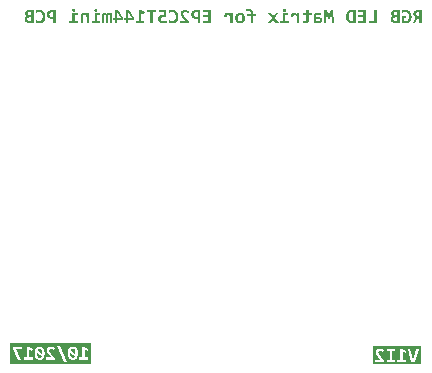
<source format=gbo>
G04 Layer_Color=32896*
%FSAX24Y24*%
%MOIN*%
G70*
G01*
G75*
G36*
X031677Y032820D02*
X031683Y032819D01*
X031688Y032819D01*
X031692Y032818D01*
X031695Y032817D01*
X031697Y032816D01*
X031698D01*
X031709Y032813D01*
X031717Y032809D01*
X031721Y032808D01*
X031724Y032806D01*
X031725Y032805D01*
X031726Y032805D01*
X031735Y032799D01*
X031742Y032793D01*
X031745Y032791D01*
X031747Y032789D01*
X031748Y032788D01*
X031749Y032787D01*
X031756Y032779D01*
X031762Y032772D01*
X031764Y032769D01*
X031766Y032767D01*
X031766Y032765D01*
X031767Y032765D01*
X031771Y032813D01*
X031843D01*
Y032480D01*
X031760D01*
Y032691D01*
X031752Y032703D01*
X031745Y032712D01*
X031738Y032720D01*
X031732Y032727D01*
X031727Y032732D01*
X031723Y032735D01*
X031720Y032738D01*
X031720Y032738D01*
X031712Y032743D01*
X031706Y032747D01*
X031700Y032750D01*
X031694Y032752D01*
X031690Y032753D01*
X031686Y032754D01*
X031683D01*
X031676Y032753D01*
X031670Y032752D01*
X031666Y032750D01*
X031665Y032749D01*
X031660Y032746D01*
X031655Y032742D01*
X031653Y032738D01*
X031652Y032738D01*
Y032737D01*
X031648Y032730D01*
X031645Y032723D01*
X031645Y032719D01*
Y032717D01*
X031644Y032716D01*
Y032715D01*
X031642Y032705D01*
X031642Y032695D01*
Y032690D01*
Y032687D01*
Y032684D01*
Y032684D01*
X031561D01*
Y032696D01*
X031562Y032707D01*
X031563Y032717D01*
X031564Y032726D01*
X031565Y032733D01*
X031567Y032738D01*
X031567Y032741D01*
Y032743D01*
X031570Y032752D01*
X031573Y032760D01*
X031576Y032768D01*
X031580Y032774D01*
X031583Y032779D01*
X031585Y032783D01*
X031586Y032785D01*
X031587Y032786D01*
X031592Y032792D01*
X031598Y032797D01*
X031603Y032802D01*
X031608Y032805D01*
X031612Y032808D01*
X031616Y032811D01*
X031619Y032811D01*
X031620Y032812D01*
X031627Y032815D01*
X031634Y032817D01*
X031642Y032819D01*
X031649Y032820D01*
X031655D01*
X031660Y032821D01*
X031664D01*
X031677Y032820D01*
D02*
G37*
G36*
X032484D02*
X032495Y032819D01*
X032505Y032818D01*
X032513Y032816D01*
X032519Y032815D01*
X032523Y032814D01*
X032524D01*
X032536Y032812D01*
X032546Y032809D01*
X032556Y032806D01*
X032564Y032804D01*
X032570Y032802D01*
X032575Y032800D01*
X032578Y032800D01*
X032579Y032799D01*
Y032735D01*
X032559Y032743D01*
X032550Y032746D01*
X032542Y032749D01*
X032535Y032750D01*
X032530Y032752D01*
X032526Y032753D01*
X032524D01*
X032503Y032757D01*
X032493Y032759D01*
X032484Y032760D01*
X032476Y032760D01*
X032465D01*
X032453Y032760D01*
X032447Y032759D01*
X032443Y032758D01*
X032439Y032757D01*
X032436Y032757D01*
X032435Y032756D01*
X032434D01*
X032425Y032753D01*
X032419Y032749D01*
X032414Y032746D01*
X032413Y032745D01*
X032408Y032739D01*
X032404Y032733D01*
X032402Y032729D01*
X032401Y032728D01*
Y032727D01*
X032399Y032719D01*
X032398Y032712D01*
X032398Y032708D01*
Y032706D01*
Y032705D01*
Y032704D01*
Y032684D01*
X032457D01*
X032470Y032683D01*
X032483Y032682D01*
X032493Y032680D01*
X032502Y032679D01*
X032508Y032677D01*
X032513Y032676D01*
X032513Y032676D01*
X032514D01*
X032525Y032673D01*
X032535Y032669D01*
X032544Y032665D01*
X032551Y032661D01*
X032557Y032658D01*
X032562Y032655D01*
X032565Y032654D01*
X032565Y032653D01*
X032573Y032648D01*
X032578Y032642D01*
X032584Y032636D01*
X032588Y032630D01*
X032591Y032626D01*
X032594Y032622D01*
X032595Y032620D01*
X032596Y032619D01*
X032599Y032612D01*
X032601Y032604D01*
X032603Y032596D01*
X032604Y032590D01*
X032605Y032584D01*
X032605Y032579D01*
Y032577D01*
Y032575D01*
X032605Y032559D01*
X032603Y032552D01*
X032602Y032546D01*
X032601Y032541D01*
X032599Y032537D01*
X032599Y032534D01*
Y032534D01*
X032593Y032520D01*
X032589Y032515D01*
X032586Y032510D01*
X032583Y032506D01*
X032581Y032503D01*
X032580Y032501D01*
X032579Y032501D01*
X032568Y032492D01*
X032558Y032485D01*
X032554Y032483D01*
X032550Y032482D01*
X032548Y032480D01*
X032547D01*
X032532Y032476D01*
X032524Y032474D01*
X032517Y032474D01*
X032511D01*
X032506Y032473D01*
X032502D01*
X032488Y032474D01*
X032482Y032474D01*
X032476Y032475D01*
X032472D01*
X032469Y032476D01*
X032467Y032477D01*
X032466D01*
X032454Y032480D01*
X032449Y032482D01*
X032444Y032483D01*
X032441Y032485D01*
X032438Y032486D01*
X032436Y032487D01*
X032435D01*
X032426Y032493D01*
X032418Y032498D01*
X032415Y032500D01*
X032413Y032501D01*
X032411Y032502D01*
X032411Y032503D01*
X032402Y032510D01*
X032395Y032517D01*
X032392Y032520D01*
X032390Y032521D01*
X032389Y032523D01*
X032388Y032523D01*
X032387Y032480D01*
X032317D01*
Y032708D01*
Y032718D01*
X032319Y032727D01*
X032320Y032735D01*
X032322Y032743D01*
X032323Y032749D01*
X032325Y032753D01*
X032325Y032756D01*
X032326Y032757D01*
X032330Y032764D01*
X032333Y032771D01*
X032338Y032777D01*
X032342Y032782D01*
X032346Y032786D01*
X032349Y032789D01*
X032351Y032791D01*
X032352Y032792D01*
X032358Y032797D01*
X032365Y032801D01*
X032373Y032805D01*
X032380Y032808D01*
X032386Y032811D01*
X032391Y032812D01*
X032394Y032813D01*
X032395D01*
X032406Y032816D01*
X032417Y032818D01*
X032427Y032819D01*
X032437Y032820D01*
X032446Y032821D01*
X032471D01*
X032484Y032820D01*
D02*
G37*
G36*
X034059Y032480D02*
X033801D01*
Y032549D01*
X033977D01*
Y032668D01*
X033809D01*
Y032734D01*
X033977D01*
Y032840D01*
X033801D01*
Y032909D01*
X034059D01*
Y032480D01*
D02*
G37*
G36*
X033721D02*
X033613D01*
X033592Y032481D01*
X033573Y032483D01*
X033557Y032485D01*
X033543Y032488D01*
X033537Y032489D01*
X033531Y032491D01*
X033527Y032492D01*
X033523Y032493D01*
X033520Y032494D01*
X033517Y032495D01*
X033517Y032496D01*
X033516D01*
X033501Y032502D01*
X033488Y032509D01*
X033476Y032516D01*
X033467Y032523D01*
X033459Y032530D01*
X033453Y032535D01*
X033450Y032538D01*
X033449Y032539D01*
X033439Y032551D01*
X033431Y032563D01*
X033425Y032574D01*
X033420Y032585D01*
X033415Y032595D01*
X033412Y032603D01*
X033412Y032606D01*
X033411Y032608D01*
X033410Y032609D01*
Y032609D01*
X033406Y032625D01*
X033403Y032641D01*
X033401Y032656D01*
X033399Y032670D01*
X033398Y032682D01*
X033398Y032687D01*
Y032692D01*
Y032695D01*
Y032698D01*
Y032699D01*
Y032700D01*
X033398Y032719D01*
X033400Y032738D01*
X033401Y032754D01*
X033404Y032768D01*
X033407Y032778D01*
X033407Y032783D01*
X033408Y032786D01*
X033409Y032790D01*
X033409Y032792D01*
X033410Y032793D01*
Y032794D01*
X033415Y032808D01*
X033421Y032821D01*
X033428Y032832D01*
X033433Y032841D01*
X033439Y032848D01*
X033443Y032854D01*
X033446Y032857D01*
X033447Y032859D01*
X033457Y032867D01*
X033468Y032875D01*
X033478Y032882D01*
X033487Y032887D01*
X033496Y032891D01*
X033503Y032894D01*
X033508Y032896D01*
X033509Y032897D01*
X033509D01*
X033523Y032901D01*
X033538Y032904D01*
X033552Y032906D01*
X033565Y032908D01*
X033577Y032908D01*
X033582Y032909D01*
X033721D01*
Y032480D01*
D02*
G37*
G36*
X025478Y032819D02*
X025484Y032819D01*
X025490Y032817D01*
X025490Y032816D01*
X025491D01*
X025498Y032813D01*
X025503Y032811D01*
X025508Y032808D01*
X025509Y032807D01*
X025509D01*
X025515Y032801D01*
X025520Y032796D01*
X025523Y032792D01*
X025525Y032790D01*
Y032789D01*
X025530Y032781D01*
X025534Y032773D01*
X025535Y032770D01*
X025537Y032767D01*
X025538Y032765D01*
Y032765D01*
X025540Y032813D01*
X025599D01*
Y032480D01*
X025530D01*
Y032696D01*
X025525Y032708D01*
X025521Y032718D01*
X025517Y032726D01*
X025514Y032733D01*
X025511Y032738D01*
X025509Y032741D01*
X025508Y032743D01*
X025507Y032743D01*
X025503Y032748D01*
X025499Y032752D01*
X025496Y032754D01*
X025493Y032756D01*
X025489Y032757D01*
X025487D01*
X025483Y032757D01*
X025480Y032756D01*
X025478Y032754D01*
X025477Y032754D01*
X025475Y032751D01*
X025473Y032748D01*
X025472Y032746D01*
X025471Y032744D01*
X025470Y032739D01*
X025469Y032735D01*
X025468Y032730D01*
Y032730D01*
Y032729D01*
X025468Y032722D01*
Y032714D01*
Y032711D01*
Y032709D01*
Y032708D01*
Y032707D01*
Y032480D01*
X025399D01*
Y032696D01*
X025395Y032708D01*
X025390Y032718D01*
X025387Y032726D01*
X025384Y032733D01*
X025381Y032738D01*
X025379Y032741D01*
X025378Y032743D01*
X025377Y032743D01*
X025374Y032748D01*
X025370Y032752D01*
X025366Y032754D01*
X025363Y032756D01*
X025358Y032757D01*
X025357D01*
X025353Y032757D01*
X025350Y032756D01*
X025347Y032754D01*
X025347Y032754D01*
X025344Y032751D01*
X025342Y032748D01*
X025342Y032746D01*
X025341Y032744D01*
X025339Y032739D01*
X025339Y032735D01*
X025338Y032730D01*
Y032730D01*
Y032729D01*
X025337Y032722D01*
Y032714D01*
Y032711D01*
Y032709D01*
Y032708D01*
Y032707D01*
Y032480D01*
X025268D01*
Y032719D01*
X025269Y032736D01*
X025271Y032752D01*
X025274Y032765D01*
X025277Y032776D01*
X025280Y032784D01*
X025283Y032789D01*
X025285Y032793D01*
X025285Y032795D01*
X025293Y032803D01*
X025301Y032809D01*
X025310Y032813D01*
X025319Y032817D01*
X025327Y032819D01*
X025334Y032819D01*
X025338Y032820D01*
X025339D01*
X025348Y032819D01*
X025355Y032819D01*
X025358Y032818D01*
X025360Y032817D01*
X025361Y032816D01*
X025361D01*
X025368Y032813D01*
X025374Y032811D01*
X025378Y032808D01*
X025379Y032807D01*
X025379D01*
X025385Y032801D01*
X025390Y032796D01*
X025394Y032792D01*
X025395Y032790D01*
X025396Y032789D01*
X025401Y032781D01*
X025406Y032773D01*
X025408Y032770D01*
X025409Y032767D01*
X025410Y032765D01*
X025411Y032765D01*
X025412Y032773D01*
X025414Y032781D01*
X025417Y032789D01*
X025420Y032795D01*
X025422Y032799D01*
X025425Y032802D01*
X025427Y032804D01*
X025428Y032805D01*
X025433Y032810D01*
X025440Y032813D01*
X025447Y032816D01*
X025454Y032818D01*
X025460Y032819D01*
X025466Y032820D01*
X025470D01*
X025478Y032819D01*
D02*
G37*
G36*
X024328Y032957D02*
X024335Y032956D01*
X024340Y032954D01*
X024341Y032953D01*
X024341D01*
X024348Y032950D01*
X024353Y032946D01*
X024357Y032943D01*
X024358Y032942D01*
X024363Y032936D01*
X024366Y032931D01*
X024368Y032926D01*
X024369Y032926D01*
Y032925D01*
X024371Y032918D01*
X024372Y032911D01*
X024373Y032908D01*
Y032907D01*
Y032905D01*
Y032905D01*
X024372Y032897D01*
X024371Y032890D01*
X024370Y032886D01*
X024369Y032885D01*
Y032884D01*
X024366Y032878D01*
X024363Y032873D01*
X024360Y032869D01*
X024358Y032867D01*
X024352Y032863D01*
X024347Y032859D01*
X024343Y032857D01*
X024342Y032856D01*
X024341D01*
X024334Y032854D01*
X024328Y032854D01*
X024325Y032853D01*
X024320D01*
X024312Y032854D01*
X024306Y032855D01*
X024301Y032856D01*
X024301Y032856D01*
X024300D01*
X024293Y032860D01*
X024288Y032864D01*
X024285Y032867D01*
X024283Y032867D01*
X024278Y032873D01*
X024275Y032878D01*
X024273Y032883D01*
X024272Y032883D01*
Y032884D01*
X024269Y032891D01*
X024268Y032898D01*
X024268Y032901D01*
Y032902D01*
Y032904D01*
Y032905D01*
X024268Y032913D01*
X024270Y032919D01*
X024271Y032924D01*
X024272Y032924D01*
Y032925D01*
X024275Y032932D01*
X024279Y032937D01*
X024282Y032940D01*
X024283Y032942D01*
X024289Y032947D01*
X024294Y032951D01*
X024298Y032953D01*
X024299Y032953D01*
X024300D01*
X024307Y032956D01*
X024314Y032957D01*
X024317Y032958D01*
X024320D01*
X024328Y032957D01*
D02*
G37*
G36*
X025067D02*
X025074Y032956D01*
X025079Y032954D01*
X025080Y032953D01*
X025081D01*
X025087Y032950D01*
X025092Y032946D01*
X025096Y032943D01*
X025097Y032942D01*
X025102Y032936D01*
X025105Y032931D01*
X025108Y032926D01*
X025108Y032926D01*
Y032925D01*
X025110Y032918D01*
X025111Y032911D01*
X025112Y032908D01*
Y032907D01*
Y032905D01*
Y032905D01*
X025111Y032897D01*
X025110Y032890D01*
X025109Y032886D01*
X025108Y032885D01*
Y032884D01*
X025105Y032878D01*
X025102Y032873D01*
X025099Y032869D01*
X025097Y032867D01*
X025092Y032863D01*
X025086Y032859D01*
X025082Y032857D01*
X025081Y032856D01*
X025081D01*
X025073Y032854D01*
X025067Y032854D01*
X025064Y032853D01*
X025059D01*
X025051Y032854D01*
X025045Y032855D01*
X025041Y032856D01*
X025040Y032856D01*
X025039D01*
X025032Y032860D01*
X025027Y032864D01*
X025024Y032867D01*
X025022Y032867D01*
X025017Y032873D01*
X025014Y032878D01*
X025012Y032883D01*
X025011Y032883D01*
Y032884D01*
X025008Y032891D01*
X025008Y032898D01*
X025007Y032901D01*
Y032902D01*
Y032904D01*
Y032905D01*
X025008Y032913D01*
X025009Y032919D01*
X025011Y032924D01*
X025011Y032924D01*
Y032925D01*
X025014Y032932D01*
X025018Y032937D01*
X025021Y032940D01*
X025022Y032942D01*
X025028Y032947D01*
X025033Y032951D01*
X025038Y032953D01*
X025038Y032953D01*
X025039D01*
X025046Y032956D01*
X025053Y032957D01*
X025056Y032958D01*
X025059D01*
X025067Y032957D01*
D02*
G37*
G36*
X026690Y032840D02*
X026664Y032775D01*
X026568Y032827D01*
Y032552D01*
X026678D01*
Y032480D01*
X026392D01*
Y032552D01*
X026486D01*
Y032912D01*
X026554D01*
X026690Y032840D01*
D02*
G37*
G36*
X028043Y032916D02*
X028056Y032914D01*
X028069Y032911D01*
X028080Y032908D01*
X028090Y032905D01*
X028097Y032902D01*
X028099Y032902D01*
X028102Y032901D01*
X028102Y032900D01*
X028103D01*
X028115Y032894D01*
X028128Y032887D01*
X028138Y032881D01*
X028147Y032874D01*
X028155Y032868D01*
X028161Y032863D01*
X028164Y032860D01*
X028166Y032859D01*
X028123Y032805D01*
X028116Y032811D01*
X028109Y032817D01*
X028102Y032822D01*
X028096Y032826D01*
X028091Y032830D01*
X028086Y032832D01*
X028083Y032833D01*
X028083Y032834D01*
X028075Y032838D01*
X028066Y032840D01*
X028059Y032842D01*
X028051Y032843D01*
X028045Y032844D01*
X028040Y032845D01*
X028036D01*
X028026Y032844D01*
X028017Y032843D01*
X028014Y032841D01*
X028012Y032840D01*
X028010Y032840D01*
X028010D01*
X028002Y032836D01*
X027996Y032832D01*
X027992Y032829D01*
X027991Y032828D01*
Y032827D01*
X027986Y032821D01*
X027982Y032815D01*
X027980Y032811D01*
X027979Y032809D01*
Y032808D01*
X027976Y032800D01*
X027975Y032792D01*
X027975Y032789D01*
Y032787D01*
Y032786D01*
Y032785D01*
X027975Y032775D01*
X027976Y032765D01*
X027977Y032762D01*
X027978Y032759D01*
X027978Y032757D01*
Y032757D01*
X027981Y032746D01*
X027986Y032736D01*
X027988Y032732D01*
X027989Y032729D01*
X027990Y032727D01*
X027991Y032726D01*
X027994Y032720D01*
X027999Y032714D01*
X028003Y032708D01*
X028007Y032702D01*
X028011Y032697D01*
X028014Y032693D01*
X028016Y032690D01*
X028017Y032690D01*
X028024Y032682D01*
X028032Y032673D01*
X028039Y032665D01*
X028046Y032657D01*
X028053Y032651D01*
X028058Y032646D01*
X028061Y032642D01*
X028063Y032641D01*
X028164Y032539D01*
Y032480D01*
X027873D01*
Y032554D01*
X028053D01*
X027991Y032613D01*
X027983Y032622D01*
X027974Y032630D01*
X027967Y032637D01*
X027960Y032644D01*
X027955Y032649D01*
X027951Y032654D01*
X027948Y032657D01*
X027948Y032657D01*
X027940Y032665D01*
X027935Y032673D01*
X027929Y032680D01*
X027924Y032686D01*
X027920Y032692D01*
X027917Y032695D01*
X027916Y032698D01*
X027915Y032699D01*
X027906Y032714D01*
X027903Y032722D01*
X027900Y032728D01*
X027898Y032734D01*
X027897Y032738D01*
X027895Y032741D01*
Y032742D01*
X027891Y032759D01*
X027889Y032768D01*
X027889Y032775D01*
X027888Y032781D01*
Y032786D01*
Y032789D01*
Y032790D01*
X027889Y032801D01*
X027889Y032811D01*
X027891Y032821D01*
X027893Y032829D01*
X027895Y032835D01*
X027897Y032840D01*
X027897Y032843D01*
X027898Y032844D01*
X027903Y032853D01*
X027907Y032860D01*
X027911Y032867D01*
X027916Y032873D01*
X027920Y032878D01*
X027924Y032881D01*
X027926Y032883D01*
X027927Y032883D01*
X027934Y032889D01*
X027941Y032894D01*
X027948Y032898D01*
X027955Y032902D01*
X027962Y032904D01*
X027966Y032906D01*
X027969Y032908D01*
X027970D01*
X027980Y032910D01*
X027990Y032913D01*
X028000Y032914D01*
X028008Y032916D01*
X028016D01*
X028022Y032916D01*
X028027D01*
X028043Y032916D01*
D02*
G37*
G36*
X027629Y032915D02*
X027644Y032913D01*
X027658Y032910D01*
X027670Y032908D01*
X027680Y032905D01*
X027687Y032902D01*
X027690Y032902D01*
X027693Y032901D01*
X027693Y032900D01*
X027694D01*
X027707Y032894D01*
X027719Y032887D01*
X027730Y032880D01*
X027739Y032873D01*
X027747Y032866D01*
X027752Y032861D01*
X027755Y032857D01*
X027757Y032856D01*
X027766Y032844D01*
X027774Y032832D01*
X027780Y032820D01*
X027786Y032809D01*
X027790Y032799D01*
X027793Y032792D01*
X027795Y032789D01*
X027795Y032786D01*
X027796Y032785D01*
Y032784D01*
X027800Y032768D01*
X027803Y032752D01*
X027806Y032735D01*
X027808Y032720D01*
X027809Y032708D01*
Y032702D01*
X027809Y032698D01*
Y032693D01*
Y032690D01*
Y032689D01*
Y032688D01*
X027809Y032669D01*
X027807Y032651D01*
X027806Y032635D01*
X027803Y032622D01*
X027800Y032610D01*
X027800Y032606D01*
X027799Y032602D01*
X027798Y032599D01*
X027798Y032597D01*
X027797Y032596D01*
Y032595D01*
X027792Y032581D01*
X027786Y032568D01*
X027780Y032557D01*
X027774Y032547D01*
X027768Y032539D01*
X027764Y032534D01*
X027761Y032530D01*
X027760Y032528D01*
X027751Y032519D01*
X027741Y032511D01*
X027731Y032504D01*
X027721Y032498D01*
X027712Y032493D01*
X027706Y032491D01*
X027701Y032488D01*
X027701Y032488D01*
X027700D01*
X027686Y032483D01*
X027672Y032480D01*
X027658Y032477D01*
X027646Y032476D01*
X027634Y032475D01*
X027630D01*
X027626Y032474D01*
X027607D01*
X027597Y032475D01*
X027588Y032477D01*
X027580Y032477D01*
X027572Y032479D01*
X027567Y032480D01*
X027564Y032480D01*
X027563D01*
X027542Y032485D01*
X027533Y032488D01*
X027525Y032491D01*
X027518Y032493D01*
X027512Y032495D01*
X027508Y032496D01*
X027507Y032497D01*
Y032573D01*
X027515Y032569D01*
X027523Y032566D01*
X027526Y032565D01*
X027529Y032563D01*
X027530Y032563D01*
X027531D01*
X027540Y032560D01*
X027548Y032557D01*
X027551Y032556D01*
X027554Y032555D01*
X027556Y032555D01*
X027556D01*
X027566Y032552D01*
X027574Y032550D01*
X027577Y032550D01*
X027580D01*
X027581Y032549D01*
X027582D01*
X027591Y032548D01*
X027598Y032547D01*
X027605D01*
X027616Y032548D01*
X027626Y032549D01*
X027634Y032550D01*
X027642Y032552D01*
X027648Y032554D01*
X027653Y032555D01*
X027656Y032556D01*
X027657Y032557D01*
X027665Y032561D01*
X027671Y032566D01*
X027678Y032571D01*
X027683Y032575D01*
X027687Y032579D01*
X027690Y032583D01*
X027693Y032585D01*
X027693Y032586D01*
X027698Y032593D01*
X027702Y032601D01*
X027706Y032609D01*
X027709Y032616D01*
X027711Y032622D01*
X027712Y032628D01*
X027714Y032630D01*
Y032632D01*
X027717Y032654D01*
X027719Y032664D01*
X027720Y032673D01*
Y032682D01*
X027720Y032689D01*
Y032693D01*
Y032694D01*
Y032695D01*
Y032706D01*
X027720Y032718D01*
X027718Y032728D01*
X027717Y032737D01*
X027716Y032744D01*
X027715Y032750D01*
X027714Y032753D01*
Y032754D01*
X027712Y032765D01*
X027709Y032773D01*
X027705Y032781D01*
X027702Y032789D01*
X027698Y032794D01*
X027696Y032798D01*
X027695Y032801D01*
X027694Y032802D01*
X027688Y032809D01*
X027682Y032815D01*
X027677Y032820D01*
X027671Y032824D01*
X027666Y032828D01*
X027662Y032830D01*
X027659Y032832D01*
X027658Y032832D01*
X027650Y032836D01*
X027641Y032839D01*
X027632Y032841D01*
X027624Y032843D01*
X027617Y032843D01*
X027611Y032844D01*
X027606D01*
X027590Y032843D01*
X027583Y032843D01*
X027575Y032841D01*
X027569Y032840D01*
X027565Y032839D01*
X027561Y032838D01*
X027561D01*
X027542Y032833D01*
X027532Y032830D01*
X027524Y032827D01*
X027517Y032824D01*
X027512Y032822D01*
X027508Y032821D01*
X027507Y032820D01*
Y032900D01*
X027517Y032903D01*
X027526Y032905D01*
X027529Y032906D01*
X027531Y032907D01*
X027533Y032908D01*
X027534D01*
X027543Y032910D01*
X027551Y032911D01*
X027555D01*
X027557Y032912D01*
X027559D01*
X027569Y032913D01*
X027577Y032914D01*
X027580Y032915D01*
X027585D01*
X027594Y032916D01*
X027612D01*
X027629Y032915D01*
D02*
G37*
G36*
X032163Y032898D02*
Y032813D01*
X032252D01*
Y032751D01*
X032163D01*
Y032588D01*
Y032577D01*
X032161Y032568D01*
X032161Y032559D01*
X032159Y032551D01*
X032158Y032545D01*
X032157Y032540D01*
X032156Y032537D01*
Y032536D01*
X032153Y032528D01*
X032149Y032522D01*
X032145Y032515D01*
X032142Y032510D01*
X032138Y032506D01*
X032135Y032503D01*
X032134Y032501D01*
X032133Y032500D01*
X032127Y032495D01*
X032121Y032491D01*
X032107Y032485D01*
X032102Y032483D01*
X032097Y032481D01*
X032094Y032480D01*
X032094D01*
X032084Y032477D01*
X032075Y032476D01*
X032065Y032474D01*
X032056Y032474D01*
X032048D01*
X032043Y032473D01*
X032037D01*
X032022Y032474D01*
X032015Y032474D01*
X032008Y032475D01*
X032003D01*
X031999Y032476D01*
X031996Y032477D01*
X031995D01*
X031979Y032479D01*
X031972Y032480D01*
X031965Y032482D01*
X031959Y032483D01*
X031955Y032483D01*
X031952Y032484D01*
X031951D01*
Y032548D01*
X031964Y032545D01*
X031970Y032544D01*
X031975Y032542D01*
X031980Y032542D01*
X031983Y032541D01*
X031986Y032540D01*
X031986D01*
X032000Y032539D01*
X032006Y032538D01*
X032012D01*
X032017Y032537D01*
X032024D01*
X032035Y032538D01*
X032044Y032539D01*
X032051Y032542D01*
X032058Y032544D01*
X032062Y032547D01*
X032065Y032549D01*
X032067Y032550D01*
X032068Y032551D01*
X032072Y032557D01*
X032075Y032564D01*
X032078Y032571D01*
X032079Y032578D01*
X032080Y032585D01*
X032080Y032590D01*
Y032593D01*
Y032594D01*
Y032751D01*
X031951D01*
Y032813D01*
X032080D01*
Y032920D01*
X032163Y032898D01*
D02*
G37*
G36*
X035392Y032916D02*
X035409Y032914D01*
X035424Y032911D01*
X035437Y032908D01*
X035448Y032905D01*
X035452Y032904D01*
X035456Y032902D01*
X035459Y032902D01*
X035462Y032901D01*
X035462Y032900D01*
X035463D01*
X035477Y032894D01*
X035489Y032887D01*
X035501Y032880D01*
X035510Y032873D01*
X035518Y032866D01*
X035524Y032861D01*
X035527Y032857D01*
X035529Y032856D01*
X035538Y032844D01*
X035546Y032832D01*
X035553Y032820D01*
X035559Y032809D01*
X035563Y032799D01*
X035566Y032792D01*
X035567Y032789D01*
X035568Y032786D01*
X035569Y032785D01*
Y032784D01*
X035573Y032768D01*
X035577Y032752D01*
X035579Y032735D01*
X035581Y032720D01*
X035582Y032708D01*
Y032702D01*
X035583Y032698D01*
Y032693D01*
Y032690D01*
Y032689D01*
Y032688D01*
X035582Y032669D01*
X035580Y032652D01*
X035578Y032636D01*
X035576Y032622D01*
X035574Y032611D01*
X035572Y032606D01*
X035572Y032602D01*
X035571Y032599D01*
X035570Y032597D01*
X035569Y032596D01*
Y032595D01*
X035564Y032580D01*
X035558Y032567D01*
X035552Y032555D01*
X035545Y032546D01*
X035540Y032538D01*
X035536Y032532D01*
X035532Y032528D01*
X035532Y032527D01*
X035522Y032517D01*
X035512Y032509D01*
X035502Y032502D01*
X035492Y032496D01*
X035483Y032492D01*
X035477Y032489D01*
X035472Y032487D01*
X035472Y032486D01*
X035471D01*
X035457Y032482D01*
X035443Y032479D01*
X035430Y032476D01*
X035418Y032474D01*
X035407Y032474D01*
X035403D01*
X035398Y032473D01*
X035377D01*
X035364Y032474D01*
X035352Y032475D01*
X035341Y032477D01*
X035333Y032477D01*
X035327Y032479D01*
X035322Y032480D01*
X035321D01*
X035309Y032482D01*
X035298Y032485D01*
X035287Y032488D01*
X035278Y032492D01*
X035270Y032495D01*
X035264Y032497D01*
X035260Y032499D01*
X035259Y032499D01*
Y032728D01*
X035411D01*
Y032662D01*
X035338D01*
Y032552D01*
X035342Y032551D01*
X035345Y032550D01*
X035347Y032549D01*
X035348D01*
X035351Y032548D01*
X035354Y032547D01*
X035357Y032547D01*
X035357D01*
X035361Y032546D01*
X035365D01*
X035368Y032545D01*
X035381D01*
X035392Y032546D01*
X035403Y032547D01*
X035412Y032548D01*
X035420Y032550D01*
X035426Y032552D01*
X035431Y032553D01*
X035434Y032554D01*
X035435Y032555D01*
X035443Y032559D01*
X035449Y032563D01*
X035456Y032569D01*
X035461Y032573D01*
X035464Y032577D01*
X035468Y032581D01*
X035470Y032583D01*
X035470Y032584D01*
X035479Y032599D01*
X035483Y032607D01*
X035486Y032614D01*
X035488Y032621D01*
X035489Y032626D01*
X035491Y032629D01*
Y032630D01*
X035494Y032652D01*
X035495Y032663D01*
X035496Y032672D01*
X035497Y032680D01*
Y032687D01*
Y032691D01*
Y032692D01*
Y032692D01*
X035496Y032706D01*
X035495Y032717D01*
X035494Y032728D01*
X035492Y032738D01*
X035491Y032745D01*
X035490Y032751D01*
X035489Y032754D01*
Y032756D01*
X035485Y032766D01*
X035481Y032776D01*
X035478Y032784D01*
X035474Y032790D01*
X035470Y032796D01*
X035467Y032800D01*
X035466Y032803D01*
X035465Y032803D01*
X035459Y032811D01*
X035453Y032816D01*
X035446Y032821D01*
X035440Y032826D01*
X035435Y032829D01*
X035430Y032831D01*
X035427Y032832D01*
X035427Y032833D01*
X035418Y032837D01*
X035408Y032840D01*
X035400Y032841D01*
X035391Y032843D01*
X035384Y032843D01*
X035378Y032844D01*
X035362D01*
X035351Y032843D01*
X035341Y032842D01*
X035333Y032840D01*
X035325Y032839D01*
X035319Y032838D01*
X035316Y032837D01*
X035314Y032836D01*
X035303Y032833D01*
X035294Y032830D01*
X035284Y032827D01*
X035276Y032824D01*
X035270Y032821D01*
X035265Y032820D01*
X035262Y032819D01*
X035260Y032818D01*
Y032897D01*
X035281Y032902D01*
X035291Y032905D01*
X035300Y032907D01*
X035307Y032908D01*
X035312Y032910D01*
X035316Y032910D01*
X035317D01*
X035338Y032914D01*
X035347Y032915D01*
X035356Y032916D01*
X035363Y032916D01*
X035374D01*
X035392Y032916D01*
D02*
G37*
G36*
X023194Y032915D02*
X023209Y032913D01*
X023223Y032910D01*
X023235Y032908D01*
X023245Y032905D01*
X023252Y032902D01*
X023255Y032902D01*
X023257Y032901D01*
X023258Y032900D01*
X023259D01*
X023272Y032894D01*
X023284Y032887D01*
X023295Y032880D01*
X023304Y032873D01*
X023311Y032866D01*
X023317Y032861D01*
X023320Y032857D01*
X023322Y032856D01*
X023330Y032844D01*
X023338Y032832D01*
X023345Y032820D01*
X023351Y032809D01*
X023355Y032799D01*
X023358Y032792D01*
X023359Y032789D01*
X023360Y032786D01*
X023361Y032785D01*
Y032784D01*
X023365Y032768D01*
X023368Y032752D01*
X023371Y032735D01*
X023373Y032720D01*
X023373Y032708D01*
Y032702D01*
X023374Y032698D01*
Y032693D01*
Y032690D01*
Y032689D01*
Y032688D01*
X023373Y032669D01*
X023372Y032651D01*
X023370Y032635D01*
X023367Y032622D01*
X023365Y032610D01*
X023365Y032606D01*
X023364Y032602D01*
X023363Y032599D01*
X023362Y032597D01*
X023362Y032596D01*
Y032595D01*
X023357Y032581D01*
X023351Y032568D01*
X023345Y032557D01*
X023339Y032547D01*
X023333Y032539D01*
X023329Y032534D01*
X023326Y032530D01*
X023325Y032528D01*
X023316Y032519D01*
X023305Y032511D01*
X023295Y032504D01*
X023286Y032498D01*
X023277Y032493D01*
X023270Y032491D01*
X023266Y032488D01*
X023265Y032488D01*
X023265D01*
X023251Y032483D01*
X023237Y032480D01*
X023223Y032477D01*
X023211Y032476D01*
X023199Y032475D01*
X023195D01*
X023191Y032474D01*
X023172D01*
X023162Y032475D01*
X023152Y032477D01*
X023144Y032477D01*
X023137Y032479D01*
X023132Y032480D01*
X023129Y032480D01*
X023128D01*
X023107Y032485D01*
X023098Y032488D01*
X023090Y032491D01*
X023082Y032493D01*
X023077Y032495D01*
X023073Y032496D01*
X023071Y032497D01*
Y032573D01*
X023079Y032569D01*
X023088Y032566D01*
X023090Y032565D01*
X023093Y032563D01*
X023095Y032563D01*
X023096D01*
X023105Y032560D01*
X023113Y032557D01*
X023116Y032556D01*
X023119Y032555D01*
X023120Y032555D01*
X023121D01*
X023131Y032552D01*
X023139Y032550D01*
X023141Y032550D01*
X023144D01*
X023146Y032549D01*
X023147D01*
X023155Y032548D01*
X023163Y032547D01*
X023170D01*
X023181Y032548D01*
X023190Y032549D01*
X023199Y032550D01*
X023207Y032552D01*
X023213Y032554D01*
X023218Y032555D01*
X023221Y032556D01*
X023222Y032557D01*
X023230Y032561D01*
X023236Y032566D01*
X023243Y032571D01*
X023248Y032575D01*
X023252Y032579D01*
X023255Y032583D01*
X023257Y032585D01*
X023258Y032586D01*
X023263Y032593D01*
X023267Y032601D01*
X023270Y032609D01*
X023273Y032616D01*
X023276Y032622D01*
X023277Y032628D01*
X023279Y032630D01*
Y032632D01*
X023282Y032654D01*
X023284Y032664D01*
X023284Y032673D01*
Y032682D01*
X023285Y032689D01*
Y032693D01*
Y032694D01*
Y032695D01*
Y032706D01*
X023284Y032718D01*
X023283Y032728D01*
X023282Y032737D01*
X023281Y032744D01*
X023280Y032750D01*
X023279Y032753D01*
Y032754D01*
X023276Y032765D01*
X023273Y032773D01*
X023270Y032781D01*
X023267Y032789D01*
X023263Y032794D01*
X023261Y032798D01*
X023260Y032801D01*
X023259Y032802D01*
X023253Y032809D01*
X023247Y032815D01*
X023241Y032820D01*
X023235Y032824D01*
X023230Y032828D01*
X023227Y032830D01*
X023224Y032832D01*
X023223Y032832D01*
X023214Y032836D01*
X023206Y032839D01*
X023197Y032841D01*
X023189Y032843D01*
X023182Y032843D01*
X023176Y032844D01*
X023171D01*
X023155Y032843D01*
X023147Y032843D01*
X023140Y032841D01*
X023134Y032840D01*
X023130Y032839D01*
X023126Y032838D01*
X023125D01*
X023106Y032833D01*
X023097Y032830D01*
X023089Y032827D01*
X023082Y032824D01*
X023077Y032822D01*
X023073Y032821D01*
X023071Y032820D01*
Y032900D01*
X023082Y032903D01*
X023090Y032905D01*
X023093Y032906D01*
X023096Y032907D01*
X023098Y032908D01*
X023098D01*
X023108Y032910D01*
X023116Y032911D01*
X023120D01*
X023122Y032912D01*
X023124D01*
X023133Y032913D01*
X023141Y032914D01*
X023144Y032915D01*
X023149D01*
X023159Y032916D01*
X023177D01*
X023194Y032915D01*
D02*
G37*
G36*
X035925Y032480D02*
X035844D01*
Y032658D01*
X035829D01*
X035822Y032657D01*
X035814Y032657D01*
X035809Y032655D01*
X035803Y032653D01*
X035799Y032651D01*
X035796Y032649D01*
X035794Y032649D01*
X035793Y032648D01*
X035788Y032644D01*
X035783Y032639D01*
X035776Y032629D01*
X035774Y032625D01*
X035771Y032621D01*
X035770Y032619D01*
Y032618D01*
X035709Y032480D01*
X035615D01*
X035683Y032624D01*
X035688Y032633D01*
X035693Y032642D01*
X035697Y032649D01*
X035701Y032655D01*
X035704Y032660D01*
X035707Y032663D01*
X035709Y032665D01*
X035709Y032666D01*
X035715Y032671D01*
X035720Y032675D01*
X035725Y032678D01*
X035729Y032681D01*
X035733Y032682D01*
X035736Y032683D01*
X035738Y032684D01*
X035739D01*
X035724Y032687D01*
X035717Y032689D01*
X035712Y032691D01*
X035707Y032692D01*
X035704Y032694D01*
X035701Y032695D01*
X035701D01*
X035688Y032702D01*
X035683Y032706D01*
X035679Y032709D01*
X035676Y032712D01*
X035673Y032714D01*
X035672Y032716D01*
X035671Y032717D01*
X035663Y032727D01*
X035657Y032738D01*
X035655Y032742D01*
X035653Y032746D01*
X035652Y032748D01*
Y032749D01*
X035647Y032762D01*
X035646Y032770D01*
X035645Y032776D01*
X035645Y032782D01*
Y032786D01*
Y032789D01*
Y032790D01*
X035645Y032802D01*
X035646Y032813D01*
X035648Y032822D01*
X035650Y032830D01*
X035653Y032837D01*
X035654Y032841D01*
X035655Y032845D01*
X035656Y032846D01*
X035661Y032854D01*
X035666Y032861D01*
X035671Y032867D01*
X035676Y032873D01*
X035680Y032876D01*
X035684Y032880D01*
X035687Y032881D01*
X035688Y032882D01*
X035696Y032887D01*
X035704Y032891D01*
X035712Y032895D01*
X035720Y032898D01*
X035726Y032899D01*
X035731Y032901D01*
X035735Y032902D01*
X035736D01*
X035759Y032906D01*
X035769Y032908D01*
X035779Y032908D01*
X035788Y032909D01*
X035925D01*
Y032480D01*
D02*
G37*
G36*
X031028Y032648D02*
X031152Y032480D01*
X031055D01*
X030979Y032593D01*
X030903Y032480D01*
X030803D01*
X030925Y032649D01*
X030810Y032813D01*
X030900D01*
X030973Y032703D01*
X031048Y032813D01*
X031145D01*
X031028Y032648D01*
D02*
G37*
G36*
X032997Y032480D02*
X032928D01*
X032921Y032725D01*
X032919Y032819D01*
X032901Y032754D01*
X032858Y032608D01*
X032807D01*
X032759Y032754D01*
X032739Y032819D01*
X032736Y032722D01*
X032728Y032480D01*
X032656D01*
X032678Y032909D01*
X032771D01*
X032810Y032783D01*
X032828Y032718D01*
X032847Y032786D01*
X032885Y032909D01*
X032976D01*
X032997Y032480D01*
D02*
G37*
G36*
X035186D02*
X035055D01*
X035040Y032481D01*
X035026Y032482D01*
X035013Y032483D01*
X035001Y032485D01*
X034989Y032488D01*
X034979Y032491D01*
X034969Y032493D01*
X034961Y032497D01*
X034953Y032500D01*
X034947Y032503D01*
X034941Y032506D01*
X034937Y032508D01*
X034933Y032510D01*
X034931Y032512D01*
X034929Y032513D01*
X034929D01*
X034921Y032520D01*
X034914Y032527D01*
X034908Y032534D01*
X034903Y032542D01*
X034899Y032550D01*
X034895Y032559D01*
X034890Y032574D01*
X034886Y032589D01*
X034886Y032596D01*
X034885Y032601D01*
X034884Y032605D01*
Y032609D01*
Y032611D01*
Y032612D01*
X034885Y032626D01*
X034886Y032632D01*
X034887Y032638D01*
X034889Y032642D01*
X034890Y032646D01*
X034891Y032648D01*
Y032649D01*
X034897Y032660D01*
X034899Y032665D01*
X034902Y032670D01*
X034905Y032673D01*
X034906Y032676D01*
X034908Y032677D01*
X034908Y032678D01*
X034917Y032686D01*
X034925Y032692D01*
X034929Y032695D01*
X034932Y032696D01*
X034933Y032698D01*
X034934D01*
X034945Y032703D01*
X034954Y032706D01*
X034959Y032707D01*
X034961Y032708D01*
X034964Y032708D01*
X034964D01*
X034953Y032713D01*
X034948Y032715D01*
X034945Y032718D01*
X034941Y032720D01*
X034939Y032722D01*
X034937Y032722D01*
X034937Y032723D01*
X034929Y032731D01*
X034922Y032738D01*
X034920Y032742D01*
X034918Y032744D01*
X034917Y032746D01*
Y032746D01*
X034912Y032757D01*
X034908Y032765D01*
X034907Y032769D01*
X034906Y032772D01*
X034905Y032773D01*
Y032774D01*
X034902Y032786D01*
X034902Y032795D01*
X034901Y032800D01*
Y032803D01*
Y032805D01*
Y032805D01*
X034902Y032815D01*
X034902Y032824D01*
X034907Y032840D01*
X034913Y032853D01*
X034919Y032864D01*
X034926Y032872D01*
X034932Y032878D01*
X034937Y032881D01*
X034937Y032883D01*
X034938D01*
X034945Y032887D01*
X034953Y032891D01*
X034970Y032898D01*
X034988Y032902D01*
X035007Y032906D01*
X035015Y032907D01*
X035023Y032908D01*
X035029Y032908D01*
X035036D01*
X035040Y032909D01*
X035186D01*
Y032480D01*
D02*
G37*
G36*
X034424D02*
X034161D01*
Y032550D01*
X034342D01*
Y032909D01*
X034424D01*
Y032480D01*
D02*
G37*
G36*
X025190Y032751D02*
X025096D01*
Y032543D01*
X025202D01*
Y032480D01*
X024917D01*
Y032543D01*
X025014D01*
Y032813D01*
X025190D01*
Y032751D01*
D02*
G37*
G36*
X024670Y032820D02*
X024675Y032819D01*
X024680Y032819D01*
X024684Y032818D01*
X024687Y032817D01*
X024689Y032816D01*
X024690D01*
X024700Y032813D01*
X024709Y032809D01*
X024712Y032808D01*
X024715Y032806D01*
X024717Y032805D01*
X024718Y032805D01*
X024727Y032799D01*
X024734Y032793D01*
X024737Y032791D01*
X024739Y032789D01*
X024741Y032788D01*
X024742Y032787D01*
X024750Y032779D01*
X024756Y032772D01*
X024759Y032768D01*
X024761Y032766D01*
X024762Y032765D01*
X024763Y032764D01*
X024764Y032813D01*
X024833D01*
Y032480D01*
X024753D01*
Y032691D01*
X024746Y032701D01*
X024739Y032710D01*
X024732Y032717D01*
X024726Y032724D01*
X024721Y032729D01*
X024718Y032733D01*
X024715Y032735D01*
X024715Y032735D01*
X024707Y032741D01*
X024701Y032745D01*
X024693Y032748D01*
X024688Y032750D01*
X024683Y032752D01*
X024679Y032752D01*
X024675D01*
X024668Y032752D01*
X024661Y032750D01*
X024656Y032747D01*
X024652Y032743D01*
X024645Y032735D01*
X024640Y032725D01*
X024637Y032714D01*
X024635Y032706D01*
X024634Y032702D01*
Y032699D01*
Y032698D01*
Y032697D01*
Y032480D01*
X024554D01*
Y032703D01*
Y032713D01*
X024555Y032722D01*
X024556Y032730D01*
X024557Y032738D01*
X024559Y032743D01*
X024560Y032748D01*
X024561Y032751D01*
Y032752D01*
X024564Y032760D01*
X024567Y032767D01*
X024570Y032773D01*
X024573Y032778D01*
X024576Y032783D01*
X024578Y032786D01*
X024580Y032788D01*
X024581Y032789D01*
X024591Y032799D01*
X024601Y032806D01*
X024605Y032808D01*
X024609Y032811D01*
X024611Y032812D01*
X024612D01*
X024619Y032815D01*
X024627Y032817D01*
X024634Y032819D01*
X024642Y032820D01*
X024648D01*
X024653Y032821D01*
X024657D01*
X024670Y032820D01*
D02*
G37*
G36*
X026345Y032636D02*
Y032568D01*
X026146D01*
Y032480D01*
X026067D01*
Y032568D01*
X026002D01*
Y032639D01*
X026067D01*
Y032909D01*
X026178D01*
X026345Y032636D01*
D02*
G37*
G36*
X025975D02*
Y032568D01*
X025776D01*
Y032480D01*
X025697D01*
Y032568D01*
X025632D01*
Y032639D01*
X025697D01*
Y032909D01*
X025808D01*
X025975Y032636D01*
D02*
G37*
G36*
X024451Y032751D02*
X024357D01*
Y032543D01*
X024462D01*
Y032480D01*
X024178D01*
Y032543D01*
X024274D01*
Y032813D01*
X024451D01*
Y032751D01*
D02*
G37*
G36*
X027408Y032681D02*
X027324D01*
X027305Y032680D01*
X027289Y032678D01*
X027276Y032675D01*
X027265Y032672D01*
X027257Y032669D01*
X027251Y032666D01*
X027248Y032664D01*
X027246Y032663D01*
X027238Y032656D01*
X027233Y032648D01*
X027228Y032640D01*
X027225Y032631D01*
X027224Y032624D01*
X027222Y032618D01*
Y032614D01*
Y032613D01*
Y032612D01*
X027224Y032601D01*
X027227Y032590D01*
X027230Y032581D01*
X027236Y032574D01*
X027241Y032568D01*
X027244Y032563D01*
X027247Y032561D01*
X027249Y032560D01*
X027259Y032554D01*
X027271Y032550D01*
X027284Y032546D01*
X027296Y032544D01*
X027307Y032542D01*
X027311D01*
X027316Y032542D01*
X027324D01*
X027342Y032542D01*
X027350D01*
X027358Y032543D01*
X027364D01*
X027369Y032544D01*
X027373D01*
X027382Y032545D01*
X027390Y032546D01*
X027397Y032547D01*
X027403Y032549D01*
X027408Y032550D01*
X027413Y032551D01*
X027415Y032552D01*
X027416D01*
Y032482D01*
X027408Y032481D01*
X027402Y032480D01*
X027399D01*
X027397Y032479D01*
X027395D01*
X027387Y032478D01*
X027380Y032477D01*
X027377Y032477D01*
X027373D01*
X027364Y032476D01*
X027357Y032475D01*
X027354Y032474D01*
X027349D01*
X027341Y032474D01*
X027327D01*
X027312Y032474D01*
X027298Y032475D01*
X027285Y032477D01*
X027274Y032479D01*
X027265Y032480D01*
X027257Y032482D01*
X027255Y032483D01*
X027253D01*
X027252Y032483D01*
X027252D01*
X027239Y032487D01*
X027227Y032491D01*
X027217Y032496D01*
X027208Y032501D01*
X027201Y032504D01*
X027195Y032508D01*
X027193Y032510D01*
X027191Y032511D01*
X027182Y032518D01*
X027174Y032526D01*
X027167Y032533D01*
X027161Y032540D01*
X027157Y032546D01*
X027154Y032551D01*
X027152Y032554D01*
X027151Y032555D01*
X027146Y032566D01*
X027142Y032577D01*
X027140Y032587D01*
X027138Y032596D01*
X027137Y032605D01*
X027136Y032612D01*
Y032616D01*
Y032617D01*
Y032617D01*
X027137Y032631D01*
X027139Y032643D01*
X027141Y032654D01*
X027143Y032663D01*
X027146Y032671D01*
X027148Y032676D01*
X027150Y032679D01*
X027150Y032680D01*
X027156Y032689D01*
X027162Y032697D01*
X027168Y032703D01*
X027174Y032709D01*
X027179Y032714D01*
X027183Y032717D01*
X027186Y032719D01*
X027187Y032719D01*
X027195Y032725D01*
X027204Y032729D01*
X027213Y032733D01*
X027222Y032735D01*
X027228Y032737D01*
X027234Y032738D01*
X027238Y032740D01*
X027239D01*
X027262Y032743D01*
X027272Y032745D01*
X027281Y032746D01*
X027290Y032746D01*
X027332D01*
Y032833D01*
X027160D01*
Y032909D01*
X027408D01*
Y032681D01*
D02*
G37*
G36*
X029880Y032820D02*
X029893Y032819D01*
X029905Y032816D01*
X029915Y032814D01*
X029924Y032812D01*
X029931Y032810D01*
X029934Y032808D01*
X029936Y032808D01*
X029947Y032803D01*
X029956Y032797D01*
X029965Y032791D01*
X029972Y032785D01*
X029979Y032780D01*
X029983Y032776D01*
X029986Y032773D01*
X029987Y032772D01*
X029994Y032763D01*
X030001Y032754D01*
X030006Y032744D01*
X030011Y032735D01*
X030014Y032728D01*
X030017Y032722D01*
X030019Y032718D01*
X030020Y032717D01*
Y032717D01*
X030023Y032704D01*
X030026Y032692D01*
X030028Y032680D01*
X030029Y032669D01*
X030030Y032659D01*
X030031Y032652D01*
Y032649D01*
Y032647D01*
Y032646D01*
Y032645D01*
X030030Y032630D01*
X030029Y032615D01*
X030028Y032602D01*
X030025Y032591D01*
X030023Y032582D01*
X030022Y032575D01*
X030021Y032571D01*
X030020Y032570D01*
Y032569D01*
X030016Y032558D01*
X030011Y032547D01*
X030006Y032538D01*
X030001Y032531D01*
X029996Y032524D01*
X029993Y032519D01*
X029990Y032516D01*
X029989Y032515D01*
X029981Y032508D01*
X029973Y032501D01*
X029964Y032496D01*
X029956Y032491D01*
X029950Y032488D01*
X029944Y032485D01*
X029941Y032484D01*
X029939Y032483D01*
X029928Y032480D01*
X029917Y032477D01*
X029906Y032475D01*
X029895Y032474D01*
X029886Y032474D01*
X029880Y032473D01*
X029873D01*
X029858Y032474D01*
X029845Y032475D01*
X029834Y032477D01*
X029823Y032480D01*
X029815Y032482D01*
X029809Y032483D01*
X029805Y032485D01*
X029804Y032485D01*
X029793Y032491D01*
X029783Y032496D01*
X029774Y032502D01*
X029767Y032508D01*
X029760Y032513D01*
X029756Y032517D01*
X029753Y032520D01*
X029752Y032521D01*
X029745Y032531D01*
X029738Y032540D01*
X029732Y032549D01*
X029728Y032558D01*
X029724Y032566D01*
X029722Y032572D01*
X029721Y032576D01*
X029720Y032577D01*
X029716Y032590D01*
X029713Y032602D01*
X029711Y032614D01*
X029710Y032625D01*
X029709Y032636D01*
X029708Y032643D01*
Y032646D01*
Y032648D01*
Y032649D01*
Y032649D01*
X029709Y032665D01*
X029710Y032679D01*
X029712Y032691D01*
X029713Y032702D01*
X029716Y032711D01*
X029718Y032717D01*
X029718Y032722D01*
X029719Y032723D01*
X029724Y032735D01*
X029729Y032745D01*
X029734Y032754D01*
X029739Y032762D01*
X029743Y032768D01*
X029747Y032773D01*
X029750Y032776D01*
X029751Y032776D01*
X029759Y032784D01*
X029767Y032791D01*
X029775Y032796D01*
X029783Y032801D01*
X029790Y032805D01*
X029795Y032807D01*
X029799Y032808D01*
X029800Y032809D01*
X029811Y032813D01*
X029823Y032816D01*
X029834Y032818D01*
X029844Y032819D01*
X029853Y032820D01*
X029860Y032821D01*
X029866D01*
X029880Y032820D01*
D02*
G37*
G36*
X023726Y032480D02*
X023644D01*
Y032618D01*
X023604D01*
X023588Y032619D01*
X023574Y032620D01*
X023561Y032622D01*
X023550Y032624D01*
X023540Y032625D01*
X023534Y032628D01*
X023529Y032628D01*
X023528Y032629D01*
X023516Y032634D01*
X023505Y032639D01*
X023496Y032644D01*
X023488Y032649D01*
X023482Y032654D01*
X023477Y032657D01*
X023474Y032660D01*
X023473Y032661D01*
X023465Y032669D01*
X023459Y032678D01*
X023453Y032686D01*
X023448Y032693D01*
X023445Y032700D01*
X023443Y032706D01*
X023441Y032708D01*
X023440Y032710D01*
X023437Y032721D01*
X023434Y032732D01*
X023432Y032742D01*
X023430Y032752D01*
X023429Y032760D01*
X023429Y032766D01*
Y032770D01*
Y032772D01*
X023429Y032784D01*
X023430Y032795D01*
X023432Y032805D01*
X023435Y032813D01*
X023437Y032821D01*
X023438Y032826D01*
X023440Y032829D01*
X023440Y032830D01*
X023445Y032840D01*
X023451Y032848D01*
X023456Y032855D01*
X023461Y032862D01*
X023467Y032867D01*
X023470Y032870D01*
X023473Y032873D01*
X023474Y032873D01*
X023482Y032879D01*
X023491Y032885D01*
X023500Y032889D01*
X023508Y032893D01*
X023516Y032896D01*
X023522Y032898D01*
X023526Y032899D01*
X023526Y032899D01*
X023527D01*
X023539Y032902D01*
X023552Y032905D01*
X023564Y032907D01*
X023576Y032908D01*
X023586Y032908D01*
X023593Y032909D01*
X023726D01*
Y032480D01*
D02*
G37*
G36*
X022989D02*
X022859D01*
X022843Y032481D01*
X022829Y032482D01*
X022816Y032483D01*
X022804Y032485D01*
X022792Y032488D01*
X022782Y032491D01*
X022773Y032493D01*
X022764Y032497D01*
X022757Y032500D01*
X022750Y032503D01*
X022744Y032506D01*
X022740Y032508D01*
X022736Y032510D01*
X022734Y032512D01*
X022732Y032513D01*
X022732D01*
X022724Y032520D01*
X022717Y032527D01*
X022711Y032534D01*
X022706Y032542D01*
X022702Y032550D01*
X022698Y032559D01*
X022693Y032574D01*
X022689Y032589D01*
X022689Y032596D01*
X022688Y032601D01*
X022687Y032605D01*
Y032609D01*
Y032611D01*
Y032612D01*
X022688Y032626D01*
X022689Y032632D01*
X022690Y032638D01*
X022692Y032642D01*
X022693Y032646D01*
X022694Y032648D01*
Y032649D01*
X022700Y032660D01*
X022703Y032665D01*
X022705Y032670D01*
X022708Y032673D01*
X022709Y032676D01*
X022711Y032677D01*
X022711Y032678D01*
X022720Y032686D01*
X022728Y032692D01*
X022732Y032695D01*
X022735Y032696D01*
X022736Y032698D01*
X022737D01*
X022748Y032703D01*
X022757Y032706D01*
X022762Y032707D01*
X022765Y032708D01*
X022767Y032708D01*
X022767D01*
X022757Y032713D01*
X022751Y032715D01*
X022748Y032718D01*
X022744Y032720D01*
X022742Y032722D01*
X022740Y032722D01*
X022740Y032723D01*
X022732Y032731D01*
X022725Y032738D01*
X022723Y032742D01*
X022722Y032744D01*
X022720Y032746D01*
Y032746D01*
X022715Y032757D01*
X022711Y032765D01*
X022710Y032769D01*
X022709Y032772D01*
X022708Y032773D01*
Y032774D01*
X022706Y032786D01*
X022705Y032795D01*
X022704Y032800D01*
Y032803D01*
Y032805D01*
Y032805D01*
X022705Y032815D01*
X022706Y032824D01*
X022710Y032840D01*
X022716Y032853D01*
X022722Y032864D01*
X022730Y032872D01*
X022735Y032878D01*
X022740Y032881D01*
X022740Y032883D01*
X022741D01*
X022749Y032887D01*
X022757Y032891D01*
X022773Y032898D01*
X022792Y032902D01*
X022810Y032906D01*
X022818Y032907D01*
X022826Y032908D01*
X022832Y032908D01*
X022839D01*
X022843Y032909D01*
X022989D01*
Y032480D01*
D02*
G37*
G36*
X030180Y032949D02*
X030189Y032948D01*
X030198Y032947D01*
X030205Y032945D01*
X030211Y032944D01*
X030214Y032943D01*
X030216Y032943D01*
X030225Y032940D01*
X030234Y032936D01*
X030241Y032932D01*
X030248Y032928D01*
X030254Y032924D01*
X030257Y032921D01*
X030260Y032919D01*
X030261Y032918D01*
X030267Y032912D01*
X030273Y032905D01*
X030278Y032898D01*
X030283Y032891D01*
X030286Y032886D01*
X030288Y032881D01*
X030289Y032878D01*
X030290Y032877D01*
X030294Y032867D01*
X030296Y032856D01*
X030298Y032846D01*
X030299Y032837D01*
X030299Y032829D01*
X030300Y032822D01*
Y032818D01*
Y032817D01*
Y032816D01*
Y032766D01*
X030397D01*
Y032703D01*
X030300D01*
Y032480D01*
X030219D01*
Y032703D01*
X030089D01*
Y032766D01*
X030219D01*
Y032819D01*
X030219Y032832D01*
X030218Y032837D01*
X030217Y032841D01*
X030216Y032845D01*
X030216Y032848D01*
X030215Y032849D01*
Y032850D01*
X030211Y032859D01*
X030206Y032865D01*
X030203Y032870D01*
X030201Y032871D01*
X030194Y032876D01*
X030187Y032880D01*
X030184Y032881D01*
X030182Y032882D01*
X030181Y032883D01*
X030180D01*
X030170Y032886D01*
X030162Y032886D01*
X030159Y032887D01*
X030154D01*
X030139Y032886D01*
X030132Y032886D01*
X030126D01*
X030121Y032885D01*
X030117Y032884D01*
X030114Y032883D01*
X030114D01*
X030106Y032882D01*
X030100Y032881D01*
X030093Y032880D01*
X030088Y032879D01*
X030084Y032878D01*
X030082Y032877D01*
X030079Y032876D01*
X030079D01*
Y032941D01*
X030091Y032944D01*
X030098Y032945D01*
X030103Y032945D01*
X030108Y032947D01*
X030111D01*
X030114Y032948D01*
X030115D01*
X030130Y032949D01*
X030137Y032950D01*
X030143Y032951D01*
X030168D01*
X030180Y032949D01*
D02*
G37*
G36*
X031351Y032957D02*
X031357Y032956D01*
X031362Y032954D01*
X031363Y032953D01*
X031364D01*
X031370Y032950D01*
X031376Y032946D01*
X031379Y032943D01*
X031381Y032942D01*
X031386Y032936D01*
X031389Y032931D01*
X031391Y032926D01*
X031392Y032926D01*
Y032925D01*
X031394Y032918D01*
X031394Y032911D01*
X031395Y032908D01*
Y032907D01*
Y032905D01*
Y032905D01*
X031394Y032897D01*
X031393Y032890D01*
X031392Y032886D01*
X031392Y032885D01*
Y032884D01*
X031389Y032878D01*
X031385Y032873D01*
X031382Y032869D01*
X031381Y032867D01*
X031375Y032863D01*
X031370Y032859D01*
X031365Y032857D01*
X031365Y032856D01*
X031364D01*
X031357Y032854D01*
X031350Y032854D01*
X031347Y032853D01*
X031343D01*
X031335Y032854D01*
X031328Y032855D01*
X031324Y032856D01*
X031323Y032856D01*
X031322D01*
X031316Y032860D01*
X031311Y032864D01*
X031307Y032867D01*
X031306Y032867D01*
X031300Y032873D01*
X031298Y032878D01*
X031295Y032883D01*
X031295Y032883D01*
Y032884D01*
X031292Y032891D01*
X031291Y032898D01*
X031290Y032901D01*
Y032902D01*
Y032904D01*
Y032905D01*
X031291Y032913D01*
X031292Y032919D01*
X031294Y032924D01*
X031295Y032924D01*
Y032925D01*
X031298Y032932D01*
X031301Y032937D01*
X031304Y032940D01*
X031306Y032942D01*
X031311Y032947D01*
X031316Y032951D01*
X031321Y032953D01*
X031322Y032953D01*
X031322D01*
X031330Y032956D01*
X031336Y032957D01*
X031339Y032958D01*
X031343D01*
X031351Y032957D01*
D02*
G37*
G36*
X035898Y021110D02*
X034296D01*
Y021704D01*
X035898D01*
Y021110D01*
D02*
G37*
G36*
X031473Y032751D02*
X031379D01*
Y032543D01*
X031485D01*
Y032480D01*
X031201D01*
Y032543D01*
X031297D01*
Y032813D01*
X031473D01*
Y032751D01*
D02*
G37*
G36*
X029460Y032820D02*
X029466Y032819D01*
X029470Y032819D01*
X029474Y032818D01*
X029477Y032817D01*
X029479Y032816D01*
X029480D01*
X029491Y032813D01*
X029500Y032809D01*
X029503Y032808D01*
X029506Y032806D01*
X029508Y032805D01*
X029509Y032805D01*
X029517Y032799D01*
X029525Y032793D01*
X029527Y032791D01*
X029530Y032789D01*
X029530Y032788D01*
X029531Y032787D01*
X029538Y032779D01*
X029544Y032772D01*
X029546Y032769D01*
X029548Y032767D01*
X029549Y032765D01*
X029549Y032765D01*
X029553Y032813D01*
X029625D01*
Y032480D01*
X029543D01*
Y032691D01*
X029535Y032703D01*
X029527Y032712D01*
X029520Y032720D01*
X029514Y032727D01*
X029509Y032732D01*
X029505Y032735D01*
X029503Y032738D01*
X029502Y032738D01*
X029495Y032743D01*
X029488Y032747D01*
X029482Y032750D01*
X029476Y032752D01*
X029472Y032753D01*
X029468Y032754D01*
X029466D01*
X029458Y032753D01*
X029452Y032752D01*
X029449Y032750D01*
X029447Y032749D01*
X029442Y032746D01*
X029438Y032742D01*
X029435Y032738D01*
X029434Y032738D01*
Y032737D01*
X029431Y032730D01*
X029428Y032723D01*
X029427Y032719D01*
Y032717D01*
X029426Y032716D01*
Y032715D01*
X029425Y032705D01*
X029424Y032695D01*
Y032690D01*
Y032687D01*
Y032684D01*
Y032684D01*
X029344D01*
Y032696D01*
X029345Y032707D01*
X029345Y032717D01*
X029347Y032726D01*
X029347Y032733D01*
X029349Y032738D01*
X029350Y032741D01*
Y032743D01*
X029353Y032752D01*
X029355Y032760D01*
X029358Y032768D01*
X029362Y032774D01*
X029365Y032779D01*
X029367Y032783D01*
X029369Y032785D01*
X029369Y032786D01*
X029374Y032792D01*
X029380Y032797D01*
X029385Y032802D01*
X029390Y032805D01*
X029395Y032808D01*
X029398Y032811D01*
X029401Y032811D01*
X029402Y032812D01*
X029409Y032815D01*
X029417Y032817D01*
X029425Y032819D01*
X029431Y032820D01*
X029438D01*
X029442Y032821D01*
X029447D01*
X029460Y032820D01*
D02*
G37*
G36*
X028531Y032480D02*
X028449D01*
Y032618D01*
X028408D01*
X028393Y032619D01*
X028379Y032620D01*
X028365Y032622D01*
X028355Y032624D01*
X028345Y032625D01*
X028338Y032628D01*
X028334Y032628D01*
X028333Y032629D01*
X028321Y032634D01*
X028310Y032639D01*
X028301Y032644D01*
X028293Y032649D01*
X028287Y032654D01*
X028282Y032657D01*
X028279Y032660D01*
X028278Y032661D01*
X028270Y032669D01*
X028263Y032678D01*
X028258Y032686D01*
X028253Y032693D01*
X028250Y032700D01*
X028247Y032706D01*
X028246Y032708D01*
X028245Y032710D01*
X028242Y032721D01*
X028239Y032732D01*
X028236Y032742D01*
X028235Y032752D01*
X028234Y032760D01*
X028234Y032766D01*
Y032770D01*
Y032772D01*
X028234Y032784D01*
X028235Y032795D01*
X028237Y032805D01*
X028239Y032813D01*
X028242Y032821D01*
X028243Y032826D01*
X028244Y032829D01*
X028245Y032830D01*
X028250Y032840D01*
X028255Y032848D01*
X028261Y032855D01*
X028266Y032862D01*
X028271Y032867D01*
X028275Y032870D01*
X028278Y032873D01*
X028279Y032873D01*
X028287Y032879D01*
X028296Y032885D01*
X028305Y032889D01*
X028313Y032893D01*
X028321Y032896D01*
X028327Y032898D01*
X028330Y032899D01*
X028331Y032899D01*
X028332D01*
X028344Y032902D01*
X028357Y032905D01*
X028369Y032907D01*
X028381Y032908D01*
X028391Y032908D01*
X028398Y032909D01*
X028531D01*
Y032480D01*
D02*
G37*
G36*
X027071Y032842D02*
X026953D01*
Y032480D01*
X026871D01*
Y032842D01*
X026754D01*
Y032909D01*
X027071D01*
Y032842D01*
D02*
G37*
G36*
X028885Y032480D02*
X028626D01*
Y032549D01*
X028802D01*
Y032668D01*
X028634D01*
Y032734D01*
X028802D01*
Y032840D01*
X028626D01*
Y032909D01*
X028885D01*
Y032480D01*
D02*
G37*
G36*
X024898Y021110D02*
X022207D01*
Y021802D01*
X024898D01*
Y021110D01*
D02*
G37*
%LPC*%
G36*
X032454Y032628D02*
X032398D01*
Y032583D01*
X032406Y032575D01*
X032413Y032568D01*
X032420Y032562D01*
X032426Y032557D01*
X032430Y032553D01*
X032435Y032550D01*
X032437Y032549D01*
X032438Y032548D01*
X032444Y032544D01*
X032451Y032542D01*
X032457Y032539D01*
X032462Y032538D01*
X032466Y032537D01*
X032470Y032536D01*
X032473D01*
X032481Y032537D01*
X032488Y032538D01*
X032494Y032539D01*
X032499Y032542D01*
X032503Y032544D01*
X032506Y032545D01*
X032508Y032546D01*
X032508Y032547D01*
X032513Y032551D01*
X032516Y032556D01*
X032519Y032561D01*
X032520Y032566D01*
X032521Y032571D01*
X032522Y032574D01*
Y032577D01*
Y032577D01*
X032521Y032585D01*
X032519Y032590D01*
X032519Y032595D01*
X032518Y032596D01*
Y032596D01*
X032514Y032603D01*
X032510Y032608D01*
X032506Y032611D01*
X032505Y032612D01*
X032497Y032617D01*
X032490Y032620D01*
X032487Y032622D01*
X032484Y032622D01*
X032483Y032623D01*
X032482D01*
X032470Y032626D01*
X032459Y032627D01*
X032454Y032628D01*
D02*
G37*
G36*
X033641Y032841D02*
X033600D01*
X033588Y032840D01*
X033577Y032840D01*
X033568Y032838D01*
X033560Y032836D01*
X033554Y032834D01*
X033549Y032832D01*
X033546Y032832D01*
X033545Y032831D01*
X033537Y032827D01*
X033530Y032822D01*
X033524Y032818D01*
X033519Y032813D01*
X033514Y032809D01*
X033511Y032805D01*
X033510Y032803D01*
X033509Y032803D01*
X033505Y032795D01*
X033501Y032787D01*
X033498Y032779D01*
X033495Y032772D01*
X033493Y032765D01*
X033491Y032760D01*
X033490Y032757D01*
Y032756D01*
X033487Y032735D01*
X033486Y032725D01*
X033485Y032715D01*
X033484Y032707D01*
Y032700D01*
Y032696D01*
Y032695D01*
Y032695D01*
Y032681D01*
X033486Y032668D01*
X033487Y032656D01*
X033490Y032645D01*
X033492Y032635D01*
X033495Y032626D01*
X033497Y032618D01*
X033500Y032611D01*
X033503Y032604D01*
X033506Y032598D01*
X033509Y032594D01*
X033511Y032590D01*
X033513Y032587D01*
X033514Y032585D01*
X033515Y032584D01*
X033516Y032583D01*
X033522Y032577D01*
X033528Y032571D01*
X033543Y032563D01*
X033557Y032557D01*
X033572Y032552D01*
X033585Y032550D01*
X033591Y032549D01*
X033596D01*
X033600Y032548D01*
X033641D01*
Y032841D01*
D02*
G37*
G36*
X035844Y032842D02*
X035809D01*
X035795Y032841D01*
X035783Y032840D01*
X035773Y032838D01*
X035764Y032835D01*
X035758Y032832D01*
X035753Y032830D01*
X035750Y032829D01*
X035750Y032828D01*
X035743Y032822D01*
X035738Y032815D01*
X035734Y032808D01*
X035731Y032800D01*
X035730Y032794D01*
X035729Y032788D01*
Y032784D01*
Y032784D01*
Y032783D01*
X035730Y032772D01*
X035732Y032764D01*
X035733Y032760D01*
X035735Y032758D01*
X035736Y032757D01*
Y032756D01*
X035741Y032748D01*
X035746Y032742D01*
X035750Y032738D01*
X035752Y032737D01*
X035752Y032736D01*
X035760Y032731D01*
X035769Y032727D01*
X035773Y032726D01*
X035775Y032725D01*
X035777Y032725D01*
X035778D01*
X035790Y032722D01*
X035801Y032722D01*
X035806Y032721D01*
X035844D01*
Y032842D01*
D02*
G37*
G36*
X035106Y032670D02*
X035056D01*
X035041Y032669D01*
X035028Y032668D01*
X035017Y032665D01*
X035008Y032662D01*
X035001Y032659D01*
X034996Y032656D01*
X034993Y032655D01*
X034992Y032654D01*
X034985Y032647D01*
X034980Y032640D01*
X034976Y032633D01*
X034974Y032626D01*
X034972Y032620D01*
X034971Y032614D01*
Y032612D01*
Y032610D01*
X034972Y032601D01*
X034973Y032592D01*
X034975Y032589D01*
X034975Y032587D01*
X034976Y032585D01*
Y032585D01*
X034980Y032577D01*
X034986Y032570D01*
X034990Y032566D01*
X034991Y032565D01*
X034991Y032564D01*
X034999Y032558D01*
X035007Y032554D01*
X035011Y032552D01*
X035013Y032551D01*
X035015Y032550D01*
X035016D01*
X035028Y032548D01*
X035038Y032547D01*
X035043Y032546D01*
X035106D01*
Y032670D01*
D02*
G37*
G36*
Y032845D02*
X035057D01*
X035044Y032844D01*
X035038Y032843D01*
X035034Y032843D01*
X035029Y032842D01*
X035026Y032841D01*
X035025Y032840D01*
X035024D01*
X035015Y032838D01*
X035007Y032834D01*
X035005Y032832D01*
X035003Y032831D01*
X035002Y032830D01*
X035002D01*
X034996Y032824D01*
X034992Y032819D01*
X034990Y032815D01*
X034989Y032814D01*
Y032813D01*
X034986Y032806D01*
X034986Y032799D01*
X034985Y032796D01*
Y032794D01*
Y032792D01*
Y032792D01*
X034986Y032783D01*
X034987Y032776D01*
X034988Y032773D01*
X034988Y032770D01*
X034989Y032769D01*
Y032768D01*
X034993Y032760D01*
X034996Y032754D01*
X035000Y032750D01*
X035001Y032749D01*
X035002Y032749D01*
X035009Y032743D01*
X035016Y032739D01*
X035019Y032738D01*
X035022Y032737D01*
X035023Y032736D01*
X035024D01*
X035035Y032734D01*
X035045Y032733D01*
X035050Y032732D01*
X035106D01*
Y032845D01*
D02*
G37*
G36*
X026144Y032831D02*
Y032639D01*
X026267D01*
X026144Y032831D01*
D02*
G37*
G36*
X025775D02*
Y032639D01*
X025897D01*
X025775Y032831D01*
D02*
G37*
G36*
X029873Y032752D02*
X029869D01*
X029856Y032750D01*
X029844Y032747D01*
X029834Y032743D01*
X029826Y032738D01*
X029819Y032733D01*
X029815Y032730D01*
X029812Y032727D01*
X029811Y032725D01*
X029805Y032714D01*
X029799Y032702D01*
X029796Y032689D01*
X029794Y032676D01*
X029792Y032665D01*
Y032660D01*
X029791Y032656D01*
Y032652D01*
Y032649D01*
Y032648D01*
Y032647D01*
X029792Y032631D01*
X029793Y032625D01*
X029794Y032618D01*
X029795Y032613D01*
X029796Y032609D01*
X029796Y032606D01*
Y032606D01*
X029800Y032593D01*
X029803Y032587D01*
X029805Y032582D01*
X029807Y032578D01*
X029809Y032575D01*
X029810Y032573D01*
X029810Y032572D01*
X029818Y032563D01*
X029826Y032556D01*
X029829Y032554D01*
X029831Y032552D01*
X029834Y032551D01*
X029834Y032550D01*
X029840Y032547D01*
X029846Y032546D01*
X029857Y032543D01*
X029862D01*
X029866Y032542D01*
X029869D01*
X029883Y032544D01*
X029893Y032547D01*
X029904Y032550D01*
X029912Y032555D01*
X029918Y032561D01*
X029923Y032564D01*
X029926Y032567D01*
X029927Y032569D01*
X029934Y032579D01*
X029939Y032592D01*
X029942Y032605D01*
X029944Y032617D01*
X029946Y032629D01*
X029947Y032633D01*
X029947Y032638D01*
Y032641D01*
Y032644D01*
Y032646D01*
Y032647D01*
X029947Y032662D01*
X029946Y032669D01*
X029945Y032675D01*
X029944Y032680D01*
X029944Y032684D01*
X029943Y032687D01*
Y032687D01*
X029939Y032700D01*
X029936Y032706D01*
X029934Y032711D01*
X029932Y032715D01*
X029931Y032718D01*
X029930Y032719D01*
X029929Y032720D01*
X029921Y032730D01*
X029914Y032737D01*
X029910Y032739D01*
X029907Y032741D01*
X029906Y032743D01*
X029905D01*
X029899Y032746D01*
X029893Y032748D01*
X029882Y032751D01*
X029877D01*
X029873Y032752D01*
D02*
G37*
G36*
X023644Y032842D02*
X023594D01*
X023587Y032841D01*
X023580Y032840D01*
X023574Y032839D01*
X023569Y032838D01*
X023566Y032837D01*
X023564Y032836D01*
X023563D01*
X023551Y032832D01*
X023547Y032829D01*
X023542Y032827D01*
X023539Y032824D01*
X023537Y032822D01*
X023536Y032821D01*
X023535Y032821D01*
X023528Y032813D01*
X023523Y032805D01*
X023521Y032803D01*
X023520Y032800D01*
X023519Y032798D01*
Y032797D01*
X023515Y032786D01*
X023514Y032777D01*
X023513Y032773D01*
Y032770D01*
Y032768D01*
Y032767D01*
X023514Y032754D01*
X023515Y032748D01*
X023516Y032743D01*
X023517Y032738D01*
X023518Y032735D01*
X023519Y032733D01*
Y032733D01*
X023524Y032722D01*
X023529Y032714D01*
X023532Y032711D01*
X023534Y032709D01*
X023535Y032708D01*
X023536Y032707D01*
X023545Y032700D01*
X023553Y032695D01*
X023557Y032692D01*
X023560Y032692D01*
X023562Y032690D01*
X023563D01*
X023575Y032687D01*
X023582Y032687D01*
X023588Y032686D01*
X023593Y032685D01*
X023644D01*
Y032842D01*
D02*
G37*
G36*
X022909Y032670D02*
X022859D01*
X022844Y032669D01*
X022831Y032668D01*
X022820Y032665D01*
X022811Y032662D01*
X022804Y032659D01*
X022799Y032656D01*
X022796Y032655D01*
X022795Y032654D01*
X022788Y032647D01*
X022783Y032640D01*
X022779Y032633D01*
X022777Y032626D01*
X022775Y032620D01*
X022774Y032614D01*
Y032612D01*
Y032610D01*
X022775Y032601D01*
X022776Y032592D01*
X022778Y032589D01*
X022778Y032587D01*
X022779Y032585D01*
Y032585D01*
X022784Y032577D01*
X022789Y032570D01*
X022793Y032566D01*
X022794Y032565D01*
X022794Y032564D01*
X022802Y032558D01*
X022810Y032554D01*
X022814Y032552D01*
X022816Y032551D01*
X022819Y032550D01*
X022819D01*
X022831Y032548D01*
X022841Y032547D01*
X022846Y032546D01*
X022909D01*
Y032670D01*
D02*
G37*
G36*
Y032845D02*
X022860D01*
X022847Y032844D01*
X022841Y032843D01*
X022837Y032843D01*
X022832Y032842D01*
X022829Y032841D01*
X022828Y032840D01*
X022827D01*
X022818Y032838D01*
X022810Y032834D01*
X022808Y032832D01*
X022806Y032831D01*
X022805Y032830D01*
X022805D01*
X022799Y032824D01*
X022795Y032819D01*
X022793Y032815D01*
X022792Y032814D01*
Y032813D01*
X022789Y032806D01*
X022789Y032799D01*
X022788Y032796D01*
Y032794D01*
Y032792D01*
Y032792D01*
X022789Y032783D01*
X022790Y032776D01*
X022791Y032773D01*
X022792Y032770D01*
X022792Y032769D01*
Y032768D01*
X022796Y032760D01*
X022800Y032754D01*
X022803Y032750D01*
X022804Y032749D01*
X022805Y032749D01*
X022812Y032743D01*
X022819Y032739D01*
X022822Y032738D01*
X022825Y032737D01*
X022827Y032736D01*
X022827D01*
X022838Y032734D01*
X022848Y032733D01*
X022853Y032732D01*
X022909D01*
Y032845D01*
D02*
G37*
G36*
X034530Y021625D02*
X034525D01*
X034519Y021624D01*
X034511D01*
X034503Y021623D01*
X034493Y021621D01*
X034483Y021619D01*
X034474Y021616D01*
X034472D01*
X034469Y021615D01*
X034465Y021613D01*
X034458Y021610D01*
X034452Y021607D01*
X034444Y021602D01*
X034437Y021598D01*
X034430Y021592D01*
X034429Y021591D01*
X034427Y021589D01*
X034423Y021586D01*
X034420Y021581D01*
X034414Y021576D01*
X034410Y021569D01*
X034406Y021561D01*
X034401Y021553D01*
X034401Y021552D01*
X034400Y021548D01*
X034398Y021544D01*
X034396Y021537D01*
X034394Y021529D01*
X034393Y021520D01*
X034392Y021510D01*
X034391Y021499D01*
Y021497D01*
Y021494D01*
Y021489D01*
X034392Y021483D01*
X034393Y021476D01*
X034394Y021467D01*
X034398Y021451D01*
Y021450D01*
X034400Y021447D01*
X034401Y021443D01*
X034404Y021437D01*
X034406Y021430D01*
X034409Y021423D01*
X034418Y021408D01*
X034419Y021407D01*
X034420Y021404D01*
X034423Y021400D01*
X034427Y021395D01*
X034432Y021389D01*
X034438Y021381D01*
X034444Y021374D01*
X034451Y021366D01*
X034452Y021365D01*
X034455Y021362D01*
X034458Y021358D01*
X034463Y021353D01*
X034470Y021346D01*
X034477Y021338D01*
X034486Y021330D01*
X034495Y021322D01*
X034557Y021263D01*
X034376D01*
Y021189D01*
X034667D01*
Y021247D01*
X034566Y021349D01*
X034565Y021351D01*
X034561Y021354D01*
X034556Y021360D01*
X034549Y021366D01*
X034542Y021374D01*
X034535Y021382D01*
X034527Y021390D01*
X034520Y021398D01*
X034519Y021399D01*
X034517Y021402D01*
X034514Y021405D01*
X034510Y021411D01*
X034506Y021416D01*
X034502Y021422D01*
X034498Y021429D01*
X034494Y021435D01*
X034493Y021435D01*
X034492Y021438D01*
X034491Y021440D01*
X034489Y021445D01*
X034484Y021454D01*
X034482Y021465D01*
Y021466D01*
X034481Y021467D01*
X034480Y021470D01*
X034479Y021474D01*
X034479Y021483D01*
X034478Y021494D01*
Y021494D01*
Y021496D01*
Y021498D01*
X034479Y021501D01*
X034479Y021509D01*
X034482Y021517D01*
Y021518D01*
X034483Y021519D01*
X034485Y021524D01*
X034489Y021529D01*
X034494Y021536D01*
Y021537D01*
X034495Y021537D01*
X034499Y021540D01*
X034505Y021545D01*
X034513Y021548D01*
X034514D01*
X034515Y021549D01*
X034517Y021550D01*
X034520Y021551D01*
X034529Y021553D01*
X034539Y021553D01*
X034544D01*
X034548Y021553D01*
X034554Y021552D01*
X034562Y021551D01*
X034569Y021549D01*
X034578Y021546D01*
X034586Y021543D01*
X034587Y021542D01*
X034589Y021540D01*
X034594Y021538D01*
X034599Y021535D01*
X034605Y021531D01*
X034612Y021526D01*
X034619Y021520D01*
X034627Y021513D01*
X034669Y021567D01*
X034667Y021569D01*
X034664Y021572D01*
X034658Y021577D01*
X034651Y021583D01*
X034641Y021589D01*
X034631Y021596D01*
X034619Y021603D01*
X034606Y021609D01*
X034605D01*
X034605Y021610D01*
X034603Y021610D01*
X034600Y021611D01*
X034593Y021614D01*
X034584Y021617D01*
X034572Y021620D01*
X034560Y021623D01*
X034546Y021624D01*
X034530Y021625D01*
D02*
G37*
G36*
X035818Y021618D02*
X035726D01*
X035654Y021359D01*
X035630Y021274D01*
X035606Y021364D01*
X035534Y021618D01*
X035448D01*
X035580Y021189D01*
X035687D01*
X035818Y021618D01*
D02*
G37*
G36*
X035275Y021621D02*
X035207D01*
Y021260D01*
X035113D01*
Y021189D01*
X035399D01*
Y021260D01*
X035289D01*
Y021535D01*
X035385Y021483D01*
X035411Y021549D01*
X035275Y021621D01*
D02*
G37*
G36*
X035029Y021618D02*
X034759D01*
Y021552D01*
X034853D01*
Y021255D01*
X034759D01*
Y021189D01*
X035029D01*
Y021255D01*
X034935D01*
Y021552D01*
X035029D01*
Y021618D01*
D02*
G37*
G36*
X028449Y032842D02*
X028399D01*
X028392Y032841D01*
X028385Y032840D01*
X028379Y032839D01*
X028374Y032838D01*
X028371Y032837D01*
X028368Y032836D01*
X028368D01*
X028356Y032832D01*
X028352Y032829D01*
X028347Y032827D01*
X028344Y032824D01*
X028342Y032822D01*
X028341Y032821D01*
X028340Y032821D01*
X028333Y032813D01*
X028328Y032805D01*
X028326Y032803D01*
X028325Y032800D01*
X028324Y032798D01*
Y032797D01*
X028320Y032786D01*
X028319Y032777D01*
X028318Y032773D01*
Y032770D01*
Y032768D01*
Y032767D01*
X028319Y032754D01*
X028320Y032748D01*
X028321Y032743D01*
X028322Y032738D01*
X028323Y032735D01*
X028324Y032733D01*
Y032733D01*
X028329Y032722D01*
X028334Y032714D01*
X028337Y032711D01*
X028338Y032709D01*
X028340Y032708D01*
X028341Y032707D01*
X028349Y032700D01*
X028358Y032695D01*
X028362Y032692D01*
X028365Y032692D01*
X028367Y032690D01*
X028368D01*
X028380Y032687D01*
X028387Y032687D01*
X028392Y032686D01*
X028398Y032685D01*
X028449D01*
Y032842D01*
D02*
G37*
G36*
X023855Y021723D02*
X023777D01*
X024006Y021189D01*
X024084D01*
X023855Y021723D01*
D02*
G37*
G36*
X023178Y021696D02*
X023172D01*
X023166Y021695D01*
X023157Y021694D01*
X023147Y021693D01*
X023136Y021690D01*
X023125Y021687D01*
X023113Y021683D01*
X023112Y021682D01*
X023108Y021680D01*
X023102Y021677D01*
X023096Y021673D01*
X023088Y021667D01*
X023079Y021661D01*
X023070Y021653D01*
X023062Y021643D01*
X023062Y021642D01*
X023059Y021639D01*
X023055Y021633D01*
X023050Y021625D01*
X023044Y021615D01*
X023038Y021604D01*
X023033Y021590D01*
X023028Y021575D01*
Y021575D01*
X023027Y021573D01*
X023027Y021571D01*
X023026Y021568D01*
X023025Y021564D01*
X023024Y021559D01*
X023023Y021553D01*
X023022Y021548D01*
X023019Y021533D01*
X023018Y021516D01*
X023016Y021497D01*
X023016Y021475D01*
Y021475D01*
Y021473D01*
Y021470D01*
Y021467D01*
Y021462D01*
X023016Y021457D01*
X023017Y021444D01*
X023019Y021430D01*
X023021Y021414D01*
X023024Y021397D01*
X023027Y021381D01*
Y021381D01*
X023028Y021380D01*
X023029Y021378D01*
X023030Y021375D01*
X023032Y021367D01*
X023036Y021357D01*
X023040Y021346D01*
X023047Y021334D01*
X023054Y021322D01*
X023062Y021311D01*
X023062Y021309D01*
X023065Y021306D01*
X023070Y021301D01*
X023076Y021295D01*
X023084Y021287D01*
X023094Y021280D01*
X023104Y021274D01*
X023116Y021267D01*
X023117Y021266D01*
X023121Y021265D01*
X023128Y021263D01*
X023136Y021260D01*
X023147Y021257D01*
X023159Y021255D01*
X023173Y021253D01*
X023188Y021252D01*
X023194D01*
X023201Y021253D01*
X023210Y021254D01*
X023219Y021255D01*
X023231Y021258D01*
X023242Y021260D01*
X023253Y021265D01*
X023255Y021266D01*
X023258Y021267D01*
X023264Y021270D01*
X023271Y021274D01*
X023279Y021279D01*
X023288Y021287D01*
X023296Y021294D01*
X023305Y021303D01*
X023306Y021305D01*
X023309Y021309D01*
X023312Y021314D01*
X023318Y021322D01*
X023323Y021332D01*
X023328Y021344D01*
X023334Y021357D01*
X023339Y021372D01*
Y021373D01*
X023339Y021374D01*
Y021376D01*
X023340Y021379D01*
X023342Y021384D01*
X023342Y021388D01*
X023343Y021394D01*
X023345Y021400D01*
X023347Y021415D01*
X023348Y021432D01*
X023350Y021451D01*
X023350Y021472D01*
Y021473D01*
Y021474D01*
Y021477D01*
Y021481D01*
Y021485D01*
X023350Y021491D01*
X023349Y021503D01*
X023347Y021518D01*
X023346Y021534D01*
X023343Y021550D01*
X023339Y021566D01*
Y021567D01*
X023339Y021568D01*
X023338Y021570D01*
X023337Y021573D01*
X023334Y021580D01*
X023331Y021590D01*
X023326Y021602D01*
X023320Y021613D01*
X023314Y021625D01*
X023306Y021636D01*
X023305Y021637D01*
X023301Y021641D01*
X023297Y021646D01*
X023291Y021653D01*
X023283Y021660D01*
X023273Y021667D01*
X023263Y021674D01*
X023251Y021680D01*
X023250D01*
X023250Y021681D01*
X023245Y021683D01*
X023239Y021685D01*
X023230Y021688D01*
X023219Y021691D01*
X023207Y021693D01*
X023193Y021695D01*
X023178Y021696D01*
D02*
G37*
G36*
X024673Y021691D02*
X024605D01*
Y021331D01*
X024511D01*
Y021260D01*
X024797D01*
Y021331D01*
X024687D01*
Y021606D01*
X024783Y021554D01*
X024809Y021620D01*
X024673Y021691D01*
D02*
G37*
G36*
X023559Y021696D02*
X023554D01*
X023548Y021695D01*
X023540D01*
X023531Y021693D01*
X023522Y021692D01*
X023511Y021690D01*
X023502Y021687D01*
X023500D01*
X023498Y021685D01*
X023493Y021683D01*
X023487Y021681D01*
X023480Y021677D01*
X023473Y021673D01*
X023466Y021669D01*
X023458Y021663D01*
X023457Y021662D01*
X023455Y021660D01*
X023452Y021657D01*
X023448Y021652D01*
X023443Y021647D01*
X023439Y021639D01*
X023434Y021632D01*
X023430Y021623D01*
X023429Y021623D01*
X023428Y021619D01*
X023427Y021615D01*
X023425Y021608D01*
X023423Y021600D01*
X023421Y021591D01*
X023420Y021580D01*
X023420Y021570D01*
Y021568D01*
Y021565D01*
Y021560D01*
X023420Y021554D01*
X023421Y021547D01*
X023423Y021538D01*
X023427Y021521D01*
Y021521D01*
X023428Y021518D01*
X023430Y021513D01*
X023432Y021508D01*
X023435Y021501D01*
X023438Y021494D01*
X023447Y021478D01*
X023447Y021478D01*
X023449Y021475D01*
X023452Y021471D01*
X023455Y021465D01*
X023460Y021459D01*
X023466Y021452D01*
X023472Y021445D01*
X023479Y021437D01*
X023480Y021436D01*
X023483Y021433D01*
X023487Y021429D01*
X023492Y021424D01*
X023498Y021416D01*
X023506Y021409D01*
X023514Y021401D01*
X023523Y021392D01*
X023585Y021333D01*
X023404D01*
Y021260D01*
X023695D01*
Y021318D01*
X023595Y021420D01*
X023593Y021422D01*
X023589Y021425D01*
X023584Y021430D01*
X023578Y021437D01*
X023570Y021445D01*
X023563Y021453D01*
X023555Y021461D01*
X023549Y021469D01*
X023548Y021470D01*
X023546Y021473D01*
X023543Y021476D01*
X023538Y021481D01*
X023535Y021487D01*
X023530Y021493D01*
X023526Y021500D01*
X023522Y021505D01*
X023522Y021506D01*
X023521Y021508D01*
X023519Y021511D01*
X023517Y021516D01*
X023513Y021525D01*
X023510Y021536D01*
Y021537D01*
X023509Y021538D01*
X023509Y021541D01*
X023508Y021545D01*
X023507Y021554D01*
X023506Y021564D01*
Y021565D01*
Y021567D01*
Y021569D01*
X023507Y021572D01*
X023508Y021580D01*
X023511Y021588D01*
Y021588D01*
X023511Y021590D01*
X023514Y021594D01*
X023517Y021600D01*
X023522Y021607D01*
Y021607D01*
X023524Y021608D01*
X023527Y021611D01*
X023533Y021615D01*
X023541Y021619D01*
X023542D01*
X023544Y021620D01*
X023546Y021621D01*
X023549Y021622D01*
X023557Y021623D01*
X023568Y021624D01*
X023572D01*
X023576Y021623D01*
X023583Y021623D01*
X023590Y021621D01*
X023597Y021620D01*
X023606Y021617D01*
X023614Y021613D01*
X023615Y021613D01*
X023618Y021611D01*
X023622Y021609D01*
X023627Y021605D01*
X023634Y021602D01*
X023640Y021596D01*
X023648Y021591D01*
X023655Y021584D01*
X023697Y021638D01*
X023696Y021639D01*
X023692Y021642D01*
X023686Y021648D01*
X023679Y021653D01*
X023670Y021660D01*
X023659Y021666D01*
X023647Y021674D01*
X023635Y021680D01*
X023634D01*
X023633Y021680D01*
X023631Y021681D01*
X023629Y021682D01*
X023622Y021685D01*
X023612Y021688D01*
X023600Y021691D01*
X023588Y021693D01*
X023574Y021695D01*
X023559Y021696D01*
D02*
G37*
G36*
X022825Y021691D02*
X022757D01*
Y021331D01*
X022663D01*
Y021260D01*
X022949D01*
Y021331D01*
X022839D01*
Y021606D01*
X022935Y021554D01*
X022961Y021620D01*
X022825Y021691D01*
D02*
G37*
G36*
X024287Y021696D02*
X024281D01*
X024275Y021695D01*
X024266Y021694D01*
X024256Y021693D01*
X024245Y021690D01*
X024234Y021687D01*
X024222Y021683D01*
X024221Y021682D01*
X024217Y021680D01*
X024211Y021677D01*
X024205Y021673D01*
X024197Y021667D01*
X024188Y021661D01*
X024179Y021653D01*
X024171Y021643D01*
X024170Y021642D01*
X024168Y021639D01*
X024164Y021633D01*
X024159Y021625D01*
X024153Y021615D01*
X024147Y021604D01*
X024142Y021590D01*
X024137Y021575D01*
Y021575D01*
X024136Y021573D01*
X024135Y021571D01*
X024135Y021568D01*
X024134Y021564D01*
X024133Y021559D01*
X024132Y021553D01*
X024130Y021548D01*
X024128Y021533D01*
X024127Y021516D01*
X024125Y021497D01*
X024125Y021475D01*
Y021475D01*
Y021473D01*
Y021470D01*
Y021467D01*
Y021462D01*
X024125Y021457D01*
X024126Y021444D01*
X024127Y021430D01*
X024130Y021414D01*
X024133Y021397D01*
X024136Y021381D01*
Y021381D01*
X024137Y021380D01*
X024138Y021378D01*
X024138Y021375D01*
X024141Y021367D01*
X024145Y021357D01*
X024149Y021346D01*
X024156Y021334D01*
X024162Y021322D01*
X024170Y021311D01*
X024171Y021309D01*
X024174Y021306D01*
X024179Y021301D01*
X024185Y021295D01*
X024193Y021287D01*
X024203Y021280D01*
X024213Y021274D01*
X024224Y021267D01*
X024226Y021266D01*
X024230Y021265D01*
X024237Y021263D01*
X024245Y021260D01*
X024256Y021257D01*
X024268Y021255D01*
X024282Y021253D01*
X024297Y021252D01*
X024302D01*
X024310Y021253D01*
X024318Y021254D01*
X024328Y021255D01*
X024340Y021258D01*
X024351Y021260D01*
X024362Y021265D01*
X024364Y021266D01*
X024367Y021267D01*
X024373Y021270D01*
X024380Y021274D01*
X024388Y021279D01*
X024396Y021287D01*
X024405Y021294D01*
X024414Y021303D01*
X024415Y021305D01*
X024418Y021309D01*
X024421Y021314D01*
X024426Y021322D01*
X024431Y021332D01*
X024437Y021344D01*
X024442Y021357D01*
X024447Y021372D01*
Y021373D01*
X024448Y021374D01*
Y021376D01*
X024449Y021379D01*
X024450Y021384D01*
X024451Y021388D01*
X024452Y021394D01*
X024453Y021400D01*
X024455Y021415D01*
X024457Y021432D01*
X024458Y021451D01*
X024459Y021472D01*
Y021473D01*
Y021474D01*
Y021477D01*
Y021481D01*
Y021485D01*
X024458Y021491D01*
X024458Y021503D01*
X024456Y021518D01*
X024455Y021534D01*
X024452Y021550D01*
X024448Y021566D01*
Y021567D01*
X024447Y021568D01*
X024447Y021570D01*
X024446Y021573D01*
X024443Y021580D01*
X024439Y021590D01*
X024435Y021602D01*
X024429Y021613D01*
X024423Y021625D01*
X024415Y021636D01*
X024414Y021637D01*
X024410Y021641D01*
X024406Y021646D01*
X024399Y021653D01*
X024391Y021660D01*
X024382Y021667D01*
X024372Y021674D01*
X024360Y021680D01*
X024359D01*
X024359Y021681D01*
X024354Y021683D01*
X024348Y021685D01*
X024339Y021688D01*
X024328Y021691D01*
X024316Y021693D01*
X024302Y021695D01*
X024287Y021696D01*
D02*
G37*
G36*
X022594Y021688D02*
X022295D01*
Y021618D01*
X022468Y021260D01*
X022559D01*
X022388Y021611D01*
X022594D01*
Y021688D01*
D02*
G37*
%LPD*%
G36*
X023257Y021380D02*
X023256Y021379D01*
X023255Y021375D01*
X023253Y021369D01*
X023250Y021362D01*
X023245Y021354D01*
X023240Y021346D01*
X023234Y021339D01*
X023228Y021333D01*
X023227Y021332D01*
X023224Y021330D01*
X023221Y021328D01*
X023215Y021325D01*
X023209Y021322D01*
X023201Y021320D01*
X023193Y021319D01*
X023183Y021318D01*
X023180D01*
X023177Y021319D01*
X023172Y021319D01*
X023167Y021320D01*
X023162Y021322D01*
X023155Y021324D01*
X023149Y021327D01*
X023148Y021327D01*
X023146Y021328D01*
X023143Y021331D01*
X023140Y021334D01*
X023135Y021338D01*
X023131Y021343D01*
X023126Y021349D01*
X023121Y021355D01*
X023121Y021356D01*
X023119Y021359D01*
X023117Y021363D01*
X023115Y021369D01*
X023112Y021376D01*
X023109Y021384D01*
X023106Y021394D01*
X023103Y021404D01*
Y021405D01*
X023102Y021409D01*
X023101Y021416D01*
X023100Y021424D01*
X023099Y021434D01*
X023097Y021446D01*
X023097Y021458D01*
Y021473D01*
Y021473D01*
Y021476D01*
Y021480D01*
X023097Y021483D01*
Y021484D01*
Y021487D01*
Y021491D01*
Y021495D01*
X023257Y021380D01*
D02*
G37*
G36*
X023190Y021629D02*
X023194Y021629D01*
X023199Y021628D01*
X023205Y021626D01*
X023212Y021623D01*
X023218Y021621D01*
X023218Y021620D01*
X023220Y021619D01*
X023223Y021616D01*
X023226Y021613D01*
X023231Y021610D01*
X023235Y021605D01*
X023240Y021599D01*
X023245Y021591D01*
X023245Y021591D01*
X023247Y021588D01*
X023249Y021584D01*
X023251Y021578D01*
X023254Y021571D01*
X023257Y021563D01*
X023260Y021553D01*
X023263Y021543D01*
Y021542D01*
X023264Y021538D01*
X023265Y021532D01*
X023266Y021524D01*
X023267Y021513D01*
X023269Y021502D01*
X023269Y021489D01*
Y021474D01*
Y021473D01*
Y021470D01*
Y021466D01*
Y021462D01*
Y021461D01*
Y021459D01*
Y021455D01*
Y021451D01*
X023109Y021567D01*
Y021567D01*
X023110Y021568D01*
X023111Y021572D01*
X023113Y021578D01*
X023117Y021585D01*
X023121Y021592D01*
X023127Y021600D01*
X023132Y021607D01*
X023139Y021614D01*
X023140Y021615D01*
X023143Y021616D01*
X023146Y021619D01*
X023151Y021622D01*
X023158Y021625D01*
X023166Y021628D01*
X023174Y021629D01*
X023183Y021630D01*
X023186D01*
X023190Y021629D01*
D02*
G37*
G36*
X024299D02*
X024303Y021629D01*
X024308Y021628D01*
X024314Y021626D01*
X024321Y021623D01*
X024326Y021621D01*
X024327Y021620D01*
X024329Y021619D01*
X024332Y021616D01*
X024335Y021613D01*
X024340Y021610D01*
X024344Y021605D01*
X024349Y021599D01*
X024353Y021591D01*
X024354Y021591D01*
X024356Y021588D01*
X024358Y021584D01*
X024360Y021578D01*
X024363Y021571D01*
X024366Y021563D01*
X024369Y021553D01*
X024372Y021543D01*
Y021542D01*
X024372Y021538D01*
X024374Y021532D01*
X024375Y021524D01*
X024376Y021513D01*
X024377Y021502D01*
X024378Y021489D01*
Y021474D01*
Y021473D01*
Y021470D01*
Y021466D01*
Y021462D01*
Y021461D01*
Y021459D01*
Y021455D01*
Y021451D01*
X024218Y021567D01*
Y021567D01*
X024219Y021568D01*
X024220Y021572D01*
X024222Y021578D01*
X024226Y021585D01*
X024230Y021592D01*
X024235Y021600D01*
X024241Y021607D01*
X024248Y021614D01*
X024248Y021615D01*
X024251Y021616D01*
X024255Y021619D01*
X024260Y021622D01*
X024267Y021625D01*
X024275Y021628D01*
X024283Y021629D01*
X024292Y021630D01*
X024295D01*
X024299Y021629D01*
D02*
G37*
G36*
X024366Y021380D02*
X024365Y021379D01*
X024364Y021375D01*
X024361Y021369D01*
X024359Y021362D01*
X024354Y021354D01*
X024349Y021346D01*
X024343Y021339D01*
X024337Y021333D01*
X024336Y021332D01*
X024333Y021330D01*
X024329Y021328D01*
X024324Y021325D01*
X024318Y021322D01*
X024310Y021320D01*
X024302Y021319D01*
X024292Y021318D01*
X024289D01*
X024286Y021319D01*
X024281Y021319D01*
X024276Y021320D01*
X024270Y021322D01*
X024264Y021324D01*
X024258Y021327D01*
X024257Y021327D01*
X024255Y021328D01*
X024252Y021331D01*
X024248Y021334D01*
X024244Y021338D01*
X024240Y021343D01*
X024235Y021349D01*
X024230Y021355D01*
X024230Y021356D01*
X024228Y021359D01*
X024226Y021363D01*
X024224Y021369D01*
X024221Y021376D01*
X024218Y021384D01*
X024215Y021394D01*
X024212Y021404D01*
Y021405D01*
X024211Y021409D01*
X024210Y021416D01*
X024208Y021424D01*
X024208Y021434D01*
X024206Y021446D01*
X024205Y021458D01*
Y021473D01*
Y021473D01*
Y021476D01*
Y021480D01*
X024206Y021483D01*
Y021484D01*
Y021487D01*
Y021491D01*
Y021495D01*
X024366Y021380D01*
D02*
G37*
M02*

</source>
